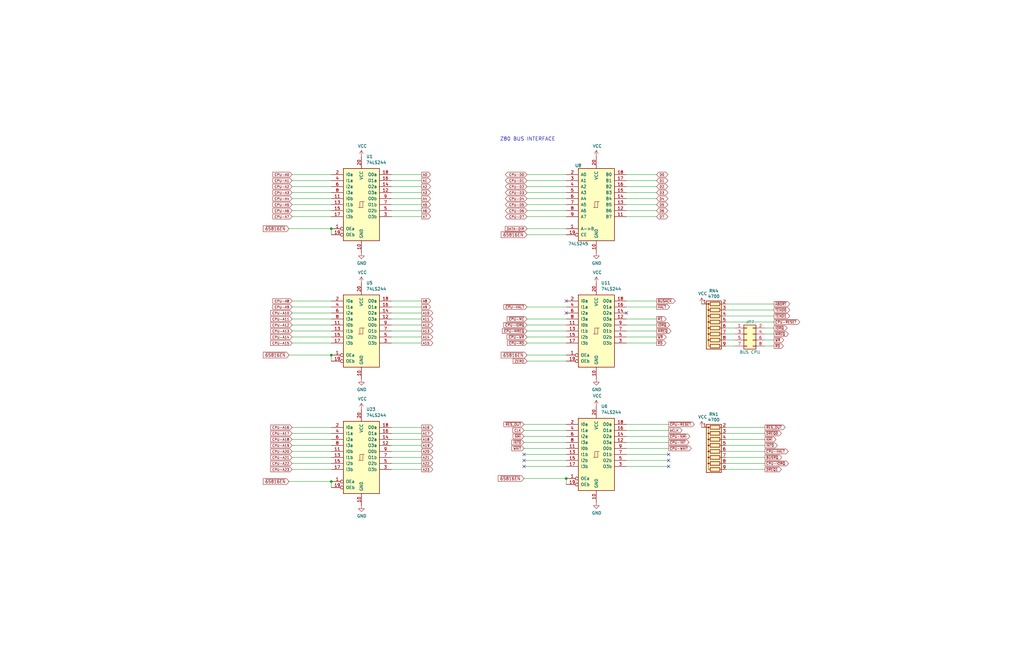
<source format=kicad_sch>
(kicad_sch (version 20211123) (generator eeschema)

  (uuid 86711b3b-1535-4bc5-89de-0c3ad8a96919)

  (paper "B")

  (title_block
    (title "DuoDyne 65816 CPU board")
    (date "2023-09-24")
    (rev "V0.76")
  )

  (lib_symbols
    (symbol "74xx:74LS244" (pin_names (offset 1.016)) (in_bom yes) (on_board yes)
      (property "Reference" "U" (id 0) (at -7.62 16.51 0)
        (effects (font (size 1.27 1.27)))
      )
      (property "Value" "74LS244" (id 1) (at -7.62 -16.51 0)
        (effects (font (size 1.27 1.27)))
      )
      (property "Footprint" "" (id 2) (at 0 0 0)
        (effects (font (size 1.27 1.27)) hide)
      )
      (property "Datasheet" "http://www.ti.com/lit/ds/symlink/sn74ls244.pdf" (id 3) (at 0 0 0)
        (effects (font (size 1.27 1.27)) hide)
      )
      (property "ki_keywords" "7400 logic ttl low power schottky" (id 4) (at 0 0 0)
        (effects (font (size 1.27 1.27)) hide)
      )
      (property "ki_description" "Octal Buffer and Line Driver With 3-State Output, active-low enables, non-inverting outputs" (id 5) (at 0 0 0)
        (effects (font (size 1.27 1.27)) hide)
      )
      (property "ki_fp_filters" "DIP?20*" (id 6) (at 0 0 0)
        (effects (font (size 1.27 1.27)) hide)
      )
      (symbol "74LS244_1_0"
        (polyline
          (pts
            (xy -0.635 -1.27)
            (xy -0.635 1.27)
            (xy 0.635 1.27)
          )
          (stroke (width 0) (type default) (color 0 0 0 0))
          (fill (type none))
        )
        (polyline
          (pts
            (xy -1.27 -1.27)
            (xy 0.635 -1.27)
            (xy 0.635 1.27)
            (xy 1.27 1.27)
          )
          (stroke (width 0) (type default) (color 0 0 0 0))
          (fill (type none))
        )
        (pin input inverted (at -12.7 -10.16 0) (length 5.08)
          (name "OEa" (effects (font (size 1.27 1.27))))
          (number "1" (effects (font (size 1.27 1.27))))
        )
        (pin power_in line (at 0 -20.32 90) (length 5.08)
          (name "GND" (effects (font (size 1.27 1.27))))
          (number "10" (effects (font (size 1.27 1.27))))
        )
        (pin input line (at -12.7 2.54 0) (length 5.08)
          (name "I0b" (effects (font (size 1.27 1.27))))
          (number "11" (effects (font (size 1.27 1.27))))
        )
        (pin tri_state line (at 12.7 5.08 180) (length 5.08)
          (name "O3a" (effects (font (size 1.27 1.27))))
          (number "12" (effects (font (size 1.27 1.27))))
        )
        (pin input line (at -12.7 0 0) (length 5.08)
          (name "I1b" (effects (font (size 1.27 1.27))))
          (number "13" (effects (font (size 1.27 1.27))))
        )
        (pin tri_state line (at 12.7 7.62 180) (length 5.08)
          (name "O2a" (effects (font (size 1.27 1.27))))
          (number "14" (effects (font (size 1.27 1.27))))
        )
        (pin input line (at -12.7 -2.54 0) (length 5.08)
          (name "I2b" (effects (font (size 1.27 1.27))))
          (number "15" (effects (font (size 1.27 1.27))))
        )
        (pin tri_state line (at 12.7 10.16 180) (length 5.08)
          (name "O1a" (effects (font (size 1.27 1.27))))
          (number "16" (effects (font (size 1.27 1.27))))
        )
        (pin input line (at -12.7 -5.08 0) (length 5.08)
          (name "I3b" (effects (font (size 1.27 1.27))))
          (number "17" (effects (font (size 1.27 1.27))))
        )
        (pin tri_state line (at 12.7 12.7 180) (length 5.08)
          (name "O0a" (effects (font (size 1.27 1.27))))
          (number "18" (effects (font (size 1.27 1.27))))
        )
        (pin input inverted (at -12.7 -12.7 0) (length 5.08)
          (name "OEb" (effects (font (size 1.27 1.27))))
          (number "19" (effects (font (size 1.27 1.27))))
        )
        (pin input line (at -12.7 12.7 0) (length 5.08)
          (name "I0a" (effects (font (size 1.27 1.27))))
          (number "2" (effects (font (size 1.27 1.27))))
        )
        (pin power_in line (at 0 20.32 270) (length 5.08)
          (name "VCC" (effects (font (size 1.27 1.27))))
          (number "20" (effects (font (size 1.27 1.27))))
        )
        (pin tri_state line (at 12.7 -5.08 180) (length 5.08)
          (name "O3b" (effects (font (size 1.27 1.27))))
          (number "3" (effects (font (size 1.27 1.27))))
        )
        (pin input line (at -12.7 10.16 0) (length 5.08)
          (name "I1a" (effects (font (size 1.27 1.27))))
          (number "4" (effects (font (size 1.27 1.27))))
        )
        (pin tri_state line (at 12.7 -2.54 180) (length 5.08)
          (name "O2b" (effects (font (size 1.27 1.27))))
          (number "5" (effects (font (size 1.27 1.27))))
        )
        (pin input line (at -12.7 7.62 0) (length 5.08)
          (name "I2a" (effects (font (size 1.27 1.27))))
          (number "6" (effects (font (size 1.27 1.27))))
        )
        (pin tri_state line (at 12.7 0 180) (length 5.08)
          (name "O1b" (effects (font (size 1.27 1.27))))
          (number "7" (effects (font (size 1.27 1.27))))
        )
        (pin input line (at -12.7 5.08 0) (length 5.08)
          (name "I3a" (effects (font (size 1.27 1.27))))
          (number "8" (effects (font (size 1.27 1.27))))
        )
        (pin tri_state line (at 12.7 2.54 180) (length 5.08)
          (name "O0b" (effects (font (size 1.27 1.27))))
          (number "9" (effects (font (size 1.27 1.27))))
        )
      )
      (symbol "74LS244_1_1"
        (rectangle (start -7.62 15.24) (end 7.62 -15.24)
          (stroke (width 0.254) (type default) (color 0 0 0 0))
          (fill (type background))
        )
      )
    )
    (symbol "74xx:74LS245" (pin_names (offset 1.016)) (in_bom yes) (on_board yes)
      (property "Reference" "U" (id 0) (at -7.62 16.51 0)
        (effects (font (size 1.27 1.27)))
      )
      (property "Value" "74LS245" (id 1) (at -7.62 -16.51 0)
        (effects (font (size 1.27 1.27)))
      )
      (property "Footprint" "" (id 2) (at 0 0 0)
        (effects (font (size 1.27 1.27)) hide)
      )
      (property "Datasheet" "http://www.ti.com/lit/gpn/sn74LS245" (id 3) (at 0 0 0)
        (effects (font (size 1.27 1.27)) hide)
      )
      (property "ki_locked" "" (id 4) (at 0 0 0)
        (effects (font (size 1.27 1.27)))
      )
      (property "ki_keywords" "TTL BUS 3State" (id 5) (at 0 0 0)
        (effects (font (size 1.27 1.27)) hide)
      )
      (property "ki_description" "Octal BUS Transceivers, 3-State outputs" (id 6) (at 0 0 0)
        (effects (font (size 1.27 1.27)) hide)
      )
      (property "ki_fp_filters" "DIP?20*" (id 7) (at 0 0 0)
        (effects (font (size 1.27 1.27)) hide)
      )
      (symbol "74LS245_1_0"
        (polyline
          (pts
            (xy -0.635 -1.27)
            (xy -0.635 1.27)
            (xy 0.635 1.27)
          )
          (stroke (width 0) (type default) (color 0 0 0 0))
          (fill (type none))
        )
        (polyline
          (pts
            (xy -1.27 -1.27)
            (xy 0.635 -1.27)
            (xy 0.635 1.27)
            (xy 1.27 1.27)
          )
          (stroke (width 0) (type default) (color 0 0 0 0))
          (fill (type none))
        )
        (pin input line (at -12.7 -10.16 0) (length 5.08)
          (name "A->B" (effects (font (size 1.27 1.27))))
          (number "1" (effects (font (size 1.27 1.27))))
        )
        (pin power_in line (at 0 -20.32 90) (length 5.08)
          (name "GND" (effects (font (size 1.27 1.27))))
          (number "10" (effects (font (size 1.27 1.27))))
        )
        (pin tri_state line (at 12.7 -5.08 180) (length 5.08)
          (name "B7" (effects (font (size 1.27 1.27))))
          (number "11" (effects (font (size 1.27 1.27))))
        )
        (pin tri_state line (at 12.7 -2.54 180) (length 5.08)
          (name "B6" (effects (font (size 1.27 1.27))))
          (number "12" (effects (font (size 1.27 1.27))))
        )
        (pin tri_state line (at 12.7 0 180) (length 5.08)
          (name "B5" (effects (font (size 1.27 1.27))))
          (number "13" (effects (font (size 1.27 1.27))))
        )
        (pin tri_state line (at 12.7 2.54 180) (length 5.08)
          (name "B4" (effects (font (size 1.27 1.27))))
          (number "14" (effects (font (size 1.27 1.27))))
        )
        (pin tri_state line (at 12.7 5.08 180) (length 5.08)
          (name "B3" (effects (font (size 1.27 1.27))))
          (number "15" (effects (font (size 1.27 1.27))))
        )
        (pin tri_state line (at 12.7 7.62 180) (length 5.08)
          (name "B2" (effects (font (size 1.27 1.27))))
          (number "16" (effects (font (size 1.27 1.27))))
        )
        (pin tri_state line (at 12.7 10.16 180) (length 5.08)
          (name "B1" (effects (font (size 1.27 1.27))))
          (number "17" (effects (font (size 1.27 1.27))))
        )
        (pin tri_state line (at 12.7 12.7 180) (length 5.08)
          (name "B0" (effects (font (size 1.27 1.27))))
          (number "18" (effects (font (size 1.27 1.27))))
        )
        (pin input inverted (at -12.7 -12.7 0) (length 5.08)
          (name "CE" (effects (font (size 1.27 1.27))))
          (number "19" (effects (font (size 1.27 1.27))))
        )
        (pin tri_state line (at -12.7 12.7 0) (length 5.08)
          (name "A0" (effects (font (size 1.27 1.27))))
          (number "2" (effects (font (size 1.27 1.27))))
        )
        (pin power_in line (at 0 20.32 270) (length 5.08)
          (name "VCC" (effects (font (size 1.27 1.27))))
          (number "20" (effects (font (size 1.27 1.27))))
        )
        (pin tri_state line (at -12.7 10.16 0) (length 5.08)
          (name "A1" (effects (font (size 1.27 1.27))))
          (number "3" (effects (font (size 1.27 1.27))))
        )
        (pin tri_state line (at -12.7 7.62 0) (length 5.08)
          (name "A2" (effects (font (size 1.27 1.27))))
          (number "4" (effects (font (size 1.27 1.27))))
        )
        (pin tri_state line (at -12.7 5.08 0) (length 5.08)
          (name "A3" (effects (font (size 1.27 1.27))))
          (number "5" (effects (font (size 1.27 1.27))))
        )
        (pin tri_state line (at -12.7 2.54 0) (length 5.08)
          (name "A4" (effects (font (size 1.27 1.27))))
          (number "6" (effects (font (size 1.27 1.27))))
        )
        (pin tri_state line (at -12.7 0 0) (length 5.08)
          (name "A5" (effects (font (size 1.27 1.27))))
          (number "7" (effects (font (size 1.27 1.27))))
        )
        (pin tri_state line (at -12.7 -2.54 0) (length 5.08)
          (name "A6" (effects (font (size 1.27 1.27))))
          (number "8" (effects (font (size 1.27 1.27))))
        )
        (pin tri_state line (at -12.7 -5.08 0) (length 5.08)
          (name "A7" (effects (font (size 1.27 1.27))))
          (number "9" (effects (font (size 1.27 1.27))))
        )
      )
      (symbol "74LS245_1_1"
        (rectangle (start -7.62 15.24) (end 7.62 -15.24)
          (stroke (width 0.254) (type default) (color 0 0 0 0))
          (fill (type background))
        )
      )
    )
    (symbol "Connector_Generic:Conn_02x04_Odd_Even" (pin_names (offset 1.016) hide) (in_bom yes) (on_board yes)
      (property "Reference" "J" (id 0) (at 1.27 5.08 0)
        (effects (font (size 1.27 1.27)))
      )
      (property "Value" "Conn_02x04_Odd_Even" (id 1) (at 1.27 -7.62 0)
        (effects (font (size 1.27 1.27)))
      )
      (property "Footprint" "" (id 2) (at 0 0 0)
        (effects (font (size 1.27 1.27)) hide)
      )
      (property "Datasheet" "~" (id 3) (at 0 0 0)
        (effects (font (size 1.27 1.27)) hide)
      )
      (property "ki_keywords" "connector" (id 4) (at 0 0 0)
        (effects (font (size 1.27 1.27)) hide)
      )
      (property "ki_description" "Generic connector, double row, 02x04, odd/even pin numbering scheme (row 1 odd numbers, row 2 even numbers), script generated (kicad-library-utils/schlib/autogen/connector/)" (id 5) (at 0 0 0)
        (effects (font (size 1.27 1.27)) hide)
      )
      (property "ki_fp_filters" "Connector*:*_2x??_*" (id 6) (at 0 0 0)
        (effects (font (size 1.27 1.27)) hide)
      )
      (symbol "Conn_02x04_Odd_Even_1_1"
        (rectangle (start -1.27 -4.953) (end 0 -5.207)
          (stroke (width 0.1524) (type default) (color 0 0 0 0))
          (fill (type none))
        )
        (rectangle (start -1.27 -2.413) (end 0 -2.667)
          (stroke (width 0.1524) (type default) (color 0 0 0 0))
          (fill (type none))
        )
        (rectangle (start -1.27 0.127) (end 0 -0.127)
          (stroke (width 0.1524) (type default) (color 0 0 0 0))
          (fill (type none))
        )
        (rectangle (start -1.27 2.667) (end 0 2.413)
          (stroke (width 0.1524) (type default) (color 0 0 0 0))
          (fill (type none))
        )
        (rectangle (start -1.27 3.81) (end 3.81 -6.35)
          (stroke (width 0.254) (type default) (color 0 0 0 0))
          (fill (type background))
        )
        (rectangle (start 3.81 -4.953) (end 2.54 -5.207)
          (stroke (width 0.1524) (type default) (color 0 0 0 0))
          (fill (type none))
        )
        (rectangle (start 3.81 -2.413) (end 2.54 -2.667)
          (stroke (width 0.1524) (type default) (color 0 0 0 0))
          (fill (type none))
        )
        (rectangle (start 3.81 0.127) (end 2.54 -0.127)
          (stroke (width 0.1524) (type default) (color 0 0 0 0))
          (fill (type none))
        )
        (rectangle (start 3.81 2.667) (end 2.54 2.413)
          (stroke (width 0.1524) (type default) (color 0 0 0 0))
          (fill (type none))
        )
        (pin passive line (at -5.08 2.54 0) (length 3.81)
          (name "Pin_1" (effects (font (size 1.27 1.27))))
          (number "1" (effects (font (size 1.27 1.27))))
        )
        (pin passive line (at 7.62 2.54 180) (length 3.81)
          (name "Pin_2" (effects (font (size 1.27 1.27))))
          (number "2" (effects (font (size 1.27 1.27))))
        )
        (pin passive line (at -5.08 0 0) (length 3.81)
          (name "Pin_3" (effects (font (size 1.27 1.27))))
          (number "3" (effects (font (size 1.27 1.27))))
        )
        (pin passive line (at 7.62 0 180) (length 3.81)
          (name "Pin_4" (effects (font (size 1.27 1.27))))
          (number "4" (effects (font (size 1.27 1.27))))
        )
        (pin passive line (at -5.08 -2.54 0) (length 3.81)
          (name "Pin_5" (effects (font (size 1.27 1.27))))
          (number "5" (effects (font (size 1.27 1.27))))
        )
        (pin passive line (at 7.62 -2.54 180) (length 3.81)
          (name "Pin_6" (effects (font (size 1.27 1.27))))
          (number "6" (effects (font (size 1.27 1.27))))
        )
        (pin passive line (at -5.08 -5.08 0) (length 3.81)
          (name "Pin_7" (effects (font (size 1.27 1.27))))
          (number "7" (effects (font (size 1.27 1.27))))
        )
        (pin passive line (at 7.62 -5.08 180) (length 3.81)
          (name "Pin_8" (effects (font (size 1.27 1.27))))
          (number "8" (effects (font (size 1.27 1.27))))
        )
      )
    )
    (symbol "Device:R_Network08" (pin_names (offset 0) hide) (in_bom yes) (on_board yes)
      (property "Reference" "RN" (id 0) (at -12.7 0 90)
        (effects (font (size 1.27 1.27)))
      )
      (property "Value" "R_Network08" (id 1) (at 10.16 0 90)
        (effects (font (size 1.27 1.27)))
      )
      (property "Footprint" "Resistor_THT:R_Array_SIP9" (id 2) (at 12.065 0 90)
        (effects (font (size 1.27 1.27)) hide)
      )
      (property "Datasheet" "http://www.vishay.com/docs/31509/csc.pdf" (id 3) (at 0 0 0)
        (effects (font (size 1.27 1.27)) hide)
      )
      (property "ki_keywords" "R network star-topology" (id 4) (at 0 0 0)
        (effects (font (size 1.27 1.27)) hide)
      )
      (property "ki_description" "8 resistor network, star topology, bussed resistors, small symbol" (id 5) (at 0 0 0)
        (effects (font (size 1.27 1.27)) hide)
      )
      (property "ki_fp_filters" "R?Array?SIP*" (id 6) (at 0 0 0)
        (effects (font (size 1.27 1.27)) hide)
      )
      (symbol "R_Network08_0_1"
        (rectangle (start -11.43 -3.175) (end 8.89 3.175)
          (stroke (width 0.254) (type default) (color 0 0 0 0))
          (fill (type background))
        )
        (rectangle (start -10.922 1.524) (end -9.398 -2.54)
          (stroke (width 0.254) (type default) (color 0 0 0 0))
          (fill (type none))
        )
        (circle (center -10.16 2.286) (radius 0.254)
          (stroke (width 0) (type default) (color 0 0 0 0))
          (fill (type outline))
        )
        (rectangle (start -8.382 1.524) (end -6.858 -2.54)
          (stroke (width 0.254) (type default) (color 0 0 0 0))
          (fill (type none))
        )
        (circle (center -7.62 2.286) (radius 0.254)
          (stroke (width 0) (type default) (color 0 0 0 0))
          (fill (type outline))
        )
        (rectangle (start -5.842 1.524) (end -4.318 -2.54)
          (stroke (width 0.254) (type default) (color 0 0 0 0))
          (fill (type none))
        )
        (circle (center -5.08 2.286) (radius 0.254)
          (stroke (width 0) (type default) (color 0 0 0 0))
          (fill (type outline))
        )
        (rectangle (start -3.302 1.524) (end -1.778 -2.54)
          (stroke (width 0.254) (type default) (color 0 0 0 0))
          (fill (type none))
        )
        (circle (center -2.54 2.286) (radius 0.254)
          (stroke (width 0) (type default) (color 0 0 0 0))
          (fill (type outline))
        )
        (rectangle (start -0.762 1.524) (end 0.762 -2.54)
          (stroke (width 0.254) (type default) (color 0 0 0 0))
          (fill (type none))
        )
        (polyline
          (pts
            (xy -10.16 -2.54)
            (xy -10.16 -3.81)
          )
          (stroke (width 0) (type default) (color 0 0 0 0))
          (fill (type none))
        )
        (polyline
          (pts
            (xy -7.62 -2.54)
            (xy -7.62 -3.81)
          )
          (stroke (width 0) (type default) (color 0 0 0 0))
          (fill (type none))
        )
        (polyline
          (pts
            (xy -5.08 -2.54)
            (xy -5.08 -3.81)
          )
          (stroke (width 0) (type default) (color 0 0 0 0))
          (fill (type none))
        )
        (polyline
          (pts
            (xy -2.54 -2.54)
            (xy -2.54 -3.81)
          )
          (stroke (width 0) (type default) (color 0 0 0 0))
          (fill (type none))
        )
        (polyline
          (pts
            (xy 0 -2.54)
            (xy 0 -3.81)
          )
          (stroke (width 0) (type default) (color 0 0 0 0))
          (fill (type none))
        )
        (polyline
          (pts
            (xy 2.54 -2.54)
            (xy 2.54 -3.81)
          )
          (stroke (width 0) (type default) (color 0 0 0 0))
          (fill (type none))
        )
        (polyline
          (pts
            (xy 5.08 -2.54)
            (xy 5.08 -3.81)
          )
          (stroke (width 0) (type default) (color 0 0 0 0))
          (fill (type none))
        )
        (polyline
          (pts
            (xy 7.62 -2.54)
            (xy 7.62 -3.81)
          )
          (stroke (width 0) (type default) (color 0 0 0 0))
          (fill (type none))
        )
        (polyline
          (pts
            (xy -10.16 1.524)
            (xy -10.16 2.286)
            (xy -7.62 2.286)
            (xy -7.62 1.524)
          )
          (stroke (width 0) (type default) (color 0 0 0 0))
          (fill (type none))
        )
        (polyline
          (pts
            (xy -7.62 1.524)
            (xy -7.62 2.286)
            (xy -5.08 2.286)
            (xy -5.08 1.524)
          )
          (stroke (width 0) (type default) (color 0 0 0 0))
          (fill (type none))
        )
        (polyline
          (pts
            (xy -5.08 1.524)
            (xy -5.08 2.286)
            (xy -2.54 2.286)
            (xy -2.54 1.524)
          )
          (stroke (width 0) (type default) (color 0 0 0 0))
          (fill (type none))
        )
        (polyline
          (pts
            (xy -2.54 1.524)
            (xy -2.54 2.286)
            (xy 0 2.286)
            (xy 0 1.524)
          )
          (stroke (width 0) (type default) (color 0 0 0 0))
          (fill (type none))
        )
        (polyline
          (pts
            (xy 0 1.524)
            (xy 0 2.286)
            (xy 2.54 2.286)
            (xy 2.54 1.524)
          )
          (stroke (width 0) (type default) (color 0 0 0 0))
          (fill (type none))
        )
        (polyline
          (pts
            (xy 2.54 1.524)
            (xy 2.54 2.286)
            (xy 5.08 2.286)
            (xy 5.08 1.524)
          )
          (stroke (width 0) (type default) (color 0 0 0 0))
          (fill (type none))
        )
        (polyline
          (pts
            (xy 5.08 1.524)
            (xy 5.08 2.286)
            (xy 7.62 2.286)
            (xy 7.62 1.524)
          )
          (stroke (width 0) (type default) (color 0 0 0 0))
          (fill (type none))
        )
        (circle (center 0 2.286) (radius 0.254)
          (stroke (width 0) (type default) (color 0 0 0 0))
          (fill (type outline))
        )
        (rectangle (start 1.778 1.524) (end 3.302 -2.54)
          (stroke (width 0.254) (type default) (color 0 0 0 0))
          (fill (type none))
        )
        (circle (center 2.54 2.286) (radius 0.254)
          (stroke (width 0) (type default) (color 0 0 0 0))
          (fill (type outline))
        )
        (rectangle (start 4.318 1.524) (end 5.842 -2.54)
          (stroke (width 0.254) (type default) (color 0 0 0 0))
          (fill (type none))
        )
        (circle (center 5.08 2.286) (radius 0.254)
          (stroke (width 0) (type default) (color 0 0 0 0))
          (fill (type outline))
        )
        (rectangle (start 6.858 1.524) (end 8.382 -2.54)
          (stroke (width 0.254) (type default) (color 0 0 0 0))
          (fill (type none))
        )
      )
      (symbol "R_Network08_1_1"
        (pin passive line (at -10.16 5.08 270) (length 2.54)
          (name "common" (effects (font (size 1.27 1.27))))
          (number "1" (effects (font (size 1.27 1.27))))
        )
        (pin passive line (at -10.16 -5.08 90) (length 1.27)
          (name "R1" (effects (font (size 1.27 1.27))))
          (number "2" (effects (font (size 1.27 1.27))))
        )
        (pin passive line (at -7.62 -5.08 90) (length 1.27)
          (name "R2" (effects (font (size 1.27 1.27))))
          (number "3" (effects (font (size 1.27 1.27))))
        )
        (pin passive line (at -5.08 -5.08 90) (length 1.27)
          (name "R3" (effects (font (size 1.27 1.27))))
          (number "4" (effects (font (size 1.27 1.27))))
        )
        (pin passive line (at -2.54 -5.08 90) (length 1.27)
          (name "R4" (effects (font (size 1.27 1.27))))
          (number "5" (effects (font (size 1.27 1.27))))
        )
        (pin passive line (at 0 -5.08 90) (length 1.27)
          (name "R5" (effects (font (size 1.27 1.27))))
          (number "6" (effects (font (size 1.27 1.27))))
        )
        (pin passive line (at 2.54 -5.08 90) (length 1.27)
          (name "R6" (effects (font (size 1.27 1.27))))
          (number "7" (effects (font (size 1.27 1.27))))
        )
        (pin passive line (at 5.08 -5.08 90) (length 1.27)
          (name "R7" (effects (font (size 1.27 1.27))))
          (number "8" (effects (font (size 1.27 1.27))))
        )
        (pin passive line (at 7.62 -5.08 90) (length 1.27)
          (name "R8" (effects (font (size 1.27 1.27))))
          (number "9" (effects (font (size 1.27 1.27))))
        )
      )
    )
    (symbol "power:GND" (power) (pin_names (offset 0)) (in_bom yes) (on_board yes)
      (property "Reference" "#PWR" (id 0) (at 0 -6.35 0)
        (effects (font (size 1.27 1.27)) hide)
      )
      (property "Value" "GND" (id 1) (at 0 -3.81 0)
        (effects (font (size 1.27 1.27)))
      )
      (property "Footprint" "" (id 2) (at 0 0 0)
        (effects (font (size 1.27 1.27)) hide)
      )
      (property "Datasheet" "" (id 3) (at 0 0 0)
        (effects (font (size 1.27 1.27)) hide)
      )
      (property "ki_keywords" "global power" (id 4) (at 0 0 0)
        (effects (font (size 1.27 1.27)) hide)
      )
      (property "ki_description" "Power symbol creates a global label with name \"GND\" , ground" (id 5) (at 0 0 0)
        (effects (font (size 1.27 1.27)) hide)
      )
      (symbol "GND_0_1"
        (polyline
          (pts
            (xy 0 0)
            (xy 0 -1.27)
            (xy 1.27 -1.27)
            (xy 0 -2.54)
            (xy -1.27 -1.27)
            (xy 0 -1.27)
          )
          (stroke (width 0) (type default) (color 0 0 0 0))
          (fill (type none))
        )
      )
      (symbol "GND_1_1"
        (pin power_in line (at 0 0 270) (length 0) hide
          (name "GND" (effects (font (size 1.27 1.27))))
          (number "1" (effects (font (size 1.27 1.27))))
        )
      )
    )
    (symbol "power:VCC" (power) (pin_names (offset 0)) (in_bom yes) (on_board yes)
      (property "Reference" "#PWR" (id 0) (at 0 -3.81 0)
        (effects (font (size 1.27 1.27)) hide)
      )
      (property "Value" "VCC" (id 1) (at 0 3.81 0)
        (effects (font (size 1.27 1.27)))
      )
      (property "Footprint" "" (id 2) (at 0 0 0)
        (effects (font (size 1.27 1.27)) hide)
      )
      (property "Datasheet" "" (id 3) (at 0 0 0)
        (effects (font (size 1.27 1.27)) hide)
      )
      (property "ki_keywords" "global power" (id 4) (at 0 0 0)
        (effects (font (size 1.27 1.27)) hide)
      )
      (property "ki_description" "Power symbol creates a global label with name \"VCC\"" (id 5) (at 0 0 0)
        (effects (font (size 1.27 1.27)) hide)
      )
      (symbol "VCC_0_1"
        (polyline
          (pts
            (xy -0.762 1.27)
            (xy 0 2.54)
          )
          (stroke (width 0) (type default) (color 0 0 0 0))
          (fill (type none))
        )
        (polyline
          (pts
            (xy 0 0)
            (xy 0 2.54)
          )
          (stroke (width 0) (type default) (color 0 0 0 0))
          (fill (type none))
        )
        (polyline
          (pts
            (xy 0 2.54)
            (xy 0.762 1.27)
          )
          (stroke (width 0) (type default) (color 0 0 0 0))
          (fill (type none))
        )
      )
      (symbol "VCC_1_1"
        (pin power_in line (at 0 0 90) (length 0) hide
          (name "VCC" (effects (font (size 1.27 1.27))))
          (number "1" (effects (font (size 1.27 1.27))))
        )
      )
    )
  )

  (junction (at 139.7 203.2) (diameter 0) (color 0 0 0 0)
    (uuid 25ca1e69-269e-4bda-9034-5043d7f4f63c)
  )
  (junction (at 139.7 96.52) (diameter 0) (color 0 0 0 0)
    (uuid 294e4517-8930-4e83-8146-36a68ba80a98)
  )
  (junction (at 139.7 149.86) (diameter 0) (color 0 0 0 0)
    (uuid 993d826a-18ad-41fc-a2a9-87ca5f54776d)
  )
  (junction (at 238.76 201.93) (diameter 0) (color 0 0 0 0)
    (uuid dd63a047-9c46-4e69-9e06-4ce92600f7d0)
  )

  (no_connect (at 220.98 194.31) (uuid 20f43757-702c-4847-b2bb-35cdd1c890c0))
  (no_connect (at 281.94 196.85) (uuid 2aba10fc-e1c1-4ad6-90b8-b1f49840c08c))
  (no_connect (at 281.94 194.31) (uuid 2ec45d44-9a0c-4990-9c07-1acc0993aadf))
  (no_connect (at 281.94 191.77) (uuid 49e36506-d68e-424a-81d5-8a7012006fa2))
  (no_connect (at 220.98 191.77) (uuid 56042d2a-3c19-4b41-b847-e59229d01e01))
  (no_connect (at 238.76 132.08) (uuid 82fa33a1-619a-438f-915f-c35255168a29))
  (no_connect (at 220.98 196.85) (uuid 8db4dc65-e01e-4dad-9c29-396819132cb9))
  (no_connect (at 238.76 127) (uuid 968f922e-558e-4adc-9252-3bc95658f3c1))
  (no_connect (at 264.16 132.08) (uuid f95f7e82-f4ae-4a23-8116-09b81beeadaa))

  (wire (pts (xy 165.1 193.04) (xy 177.8 193.04))
    (stroke (width 0) (type default) (color 0 0 0 0))
    (uuid 02ac17f9-f1f5-435f-bece-5a35669607ec)
  )
  (wire (pts (xy 139.7 96.52) (xy 121.92 96.52))
    (stroke (width 0) (type default) (color 0 0 0 0))
    (uuid 04e4b330-5efd-431f-8b8e-a63ce7bbb8d6)
  )
  (wire (pts (xy 123.19 73.66) (xy 139.7 73.66))
    (stroke (width 0) (type default) (color 0 0 0 0))
    (uuid 08d0aa0f-f890-4d05-bc1d-47b707f7297c)
  )
  (wire (pts (xy 264.16 179.07) (xy 281.94 179.07))
    (stroke (width 0) (type default) (color 0 0 0 0))
    (uuid 092ce644-c3d9-45d0-b0f0-e34adecd5021)
  )
  (wire (pts (xy 306.07 190.5) (xy 322.58 190.5))
    (stroke (width 0) (type default) (color 0 0 0 0))
    (uuid 096e8d10-aa00-4321-81c4-90883f95e83e)
  )
  (wire (pts (xy 165.1 198.12) (xy 177.8 198.12))
    (stroke (width 0) (type default) (color 0 0 0 0))
    (uuid 09c7ea62-c778-4f70-95fe-d0a3084c4b6c)
  )
  (wire (pts (xy 264.16 137.16) (xy 276.86 137.16))
    (stroke (width 0) (type default) (color 0 0 0 0))
    (uuid 1032d00d-e4fe-4a1a-8417-c0fded28c5b5)
  )
  (wire (pts (xy 306.07 143.51) (xy 309.88 143.51))
    (stroke (width 0) (type default) (color 0 0 0 0))
    (uuid 114bed05-e9bc-41da-b093-b47040fa5fe4)
  )
  (wire (pts (xy 123.19 88.9) (xy 139.7 88.9))
    (stroke (width 0) (type default) (color 0 0 0 0))
    (uuid 158648e8-cae7-4097-9358-e61f0838d60d)
  )
  (wire (pts (xy 165.1 195.58) (xy 177.8 195.58))
    (stroke (width 0) (type default) (color 0 0 0 0))
    (uuid 15d940ff-0f0c-477f-9ed0-d31dfc0e7b6d)
  )
  (wire (pts (xy 165.1 76.2) (xy 177.8 76.2))
    (stroke (width 0) (type default) (color 0 0 0 0))
    (uuid 179539f9-08ee-4a5b-998e-a66332e01100)
  )
  (wire (pts (xy 222.25 83.82) (xy 238.76 83.82))
    (stroke (width 0) (type default) (color 0 0 0 0))
    (uuid 18c755f9-7de8-4105-8cbb-f6031f095ba0)
  )
  (wire (pts (xy 264.16 184.15) (xy 281.94 184.15))
    (stroke (width 0) (type default) (color 0 0 0 0))
    (uuid 1a1bc2a8-44ca-4ee5-a957-185c872e6665)
  )
  (wire (pts (xy 222.25 144.78) (xy 238.76 144.78))
    (stroke (width 0) (type default) (color 0 0 0 0))
    (uuid 1a4ce9a9-38f1-4bfa-a730-a6bc69198570)
  )
  (wire (pts (xy 165.1 86.36) (xy 177.8 86.36))
    (stroke (width 0) (type default) (color 0 0 0 0))
    (uuid 1a91ecb9-938f-4bad-b241-121d7f02b5af)
  )
  (wire (pts (xy 165.1 137.16) (xy 177.8 137.16))
    (stroke (width 0) (type default) (color 0 0 0 0))
    (uuid 1ba1aa5b-1483-4dce-ba7e-051ddc4a2d7b)
  )
  (wire (pts (xy 165.1 129.54) (xy 177.8 129.54))
    (stroke (width 0) (type default) (color 0 0 0 0))
    (uuid 1be3c946-9ba1-4416-acff-871a49c6ae89)
  )
  (wire (pts (xy 264.16 196.85) (xy 281.94 196.85))
    (stroke (width 0) (type default) (color 0 0 0 0))
    (uuid 26bbbb66-2ad8-4db7-be43-2421a374bb2a)
  )
  (wire (pts (xy 322.58 138.43) (xy 326.39 138.43))
    (stroke (width 0) (type default) (color 0 0 0 0))
    (uuid 2b218b82-6d06-4c44-b220-da939e5249b4)
  )
  (wire (pts (xy 322.58 146.05) (xy 326.39 146.05))
    (stroke (width 0) (type default) (color 0 0 0 0))
    (uuid 2e62ae87-c9f9-4726-9d47-16f7a09d52d2)
  )
  (wire (pts (xy 123.19 195.58) (xy 139.7 195.58))
    (stroke (width 0) (type default) (color 0 0 0 0))
    (uuid 31b04488-6850-4e76-9a4b-f6302c18fef6)
  )
  (wire (pts (xy 165.1 182.88) (xy 177.8 182.88))
    (stroke (width 0) (type default) (color 0 0 0 0))
    (uuid 31ff78b7-7b07-4212-94d5-4da337db5e1c)
  )
  (wire (pts (xy 306.07 195.58) (xy 322.58 195.58))
    (stroke (width 0) (type default) (color 0 0 0 0))
    (uuid 32d28439-15f7-40fe-9b42-124409b4d331)
  )
  (wire (pts (xy 123.19 81.28) (xy 139.7 81.28))
    (stroke (width 0) (type default) (color 0 0 0 0))
    (uuid 33280c30-235a-454e-88cb-1398f0f661cd)
  )
  (wire (pts (xy 165.1 139.7) (xy 177.8 139.7))
    (stroke (width 0) (type default) (color 0 0 0 0))
    (uuid 3a38041f-08d8-4c07-8976-c8de4f03135c)
  )
  (wire (pts (xy 123.19 76.2) (xy 139.7 76.2))
    (stroke (width 0) (type default) (color 0 0 0 0))
    (uuid 3a69a411-6516-4d60-af33-5ae9cd9be0f1)
  )
  (wire (pts (xy 165.1 127) (xy 177.8 127))
    (stroke (width 0) (type default) (color 0 0 0 0))
    (uuid 3ec7a1de-8dd0-4e42-8dff-1306f52a8a2c)
  )
  (wire (pts (xy 165.1 73.66) (xy 177.8 73.66))
    (stroke (width 0) (type default) (color 0 0 0 0))
    (uuid 42d4c421-e8a2-4f31-afd3-b17c01a74311)
  )
  (wire (pts (xy 222.25 81.28) (xy 238.76 81.28))
    (stroke (width 0) (type default) (color 0 0 0 0))
    (uuid 436b9165-a2ac-4e44-ad48-0841aaf5d4a4)
  )
  (wire (pts (xy 264.16 86.36) (xy 276.86 86.36))
    (stroke (width 0) (type default) (color 0 0 0 0))
    (uuid 44e286f4-c8d3-4a3c-9978-67c21c02ddc9)
  )
  (wire (pts (xy 139.7 152.4) (xy 139.7 149.86))
    (stroke (width 0) (type default) (color 0 0 0 0))
    (uuid 4809bddf-eb03-4340-98f0-ffcf06f0c71a)
  )
  (wire (pts (xy 306.07 180.34) (xy 322.58 180.34))
    (stroke (width 0) (type default) (color 0 0 0 0))
    (uuid 4a54272c-7543-4d01-a28a-bf1b9c81e8f6)
  )
  (wire (pts (xy 306.07 140.97) (xy 309.88 140.97))
    (stroke (width 0) (type default) (color 0 0 0 0))
    (uuid 4b15ecf2-f38f-480f-bf4d-e14dae93d162)
  )
  (wire (pts (xy 222.25 137.16) (xy 238.76 137.16))
    (stroke (width 0) (type default) (color 0 0 0 0))
    (uuid 4b36d0f3-62c4-4a8b-bad4-f9708e15df72)
  )
  (wire (pts (xy 123.19 91.44) (xy 139.7 91.44))
    (stroke (width 0) (type default) (color 0 0 0 0))
    (uuid 4b9fb86e-8036-47cb-8fb9-3e71e1da079a)
  )
  (wire (pts (xy 281.94 191.77) (xy 264.16 191.77))
    (stroke (width 0) (type default) (color 0 0 0 0))
    (uuid 4c80cc59-b5cd-4298-bb8f-15f583ee28fe)
  )
  (wire (pts (xy 238.76 134.62) (xy 222.25 134.62))
    (stroke (width 0) (type default) (color 0 0 0 0))
    (uuid 4dfd1c7f-69a1-4f86-bf78-c1a59b2b4503)
  )
  (wire (pts (xy 306.07 146.05) (xy 309.88 146.05))
    (stroke (width 0) (type default) (color 0 0 0 0))
    (uuid 4e04cd1b-a7cc-4ff1-84b6-0b40ab88d616)
  )
  (wire (pts (xy 222.25 76.2) (xy 238.76 76.2))
    (stroke (width 0) (type default) (color 0 0 0 0))
    (uuid 4e84bae2-c63a-48d0-89e9-7e9dbbba6de2)
  )
  (wire (pts (xy 264.16 81.28) (xy 276.86 81.28))
    (stroke (width 0) (type default) (color 0 0 0 0))
    (uuid 4ebccdb1-6736-4597-8063-bcdc84f6c1b9)
  )
  (wire (pts (xy 139.7 149.86) (xy 121.92 149.86))
    (stroke (width 0) (type default) (color 0 0 0 0))
    (uuid 513c5fbd-6aec-4336-adf7-6300113365fc)
  )
  (wire (pts (xy 264.16 142.24) (xy 276.86 142.24))
    (stroke (width 0) (type default) (color 0 0 0 0))
    (uuid 52fc0902-5885-4328-8d0e-bc4863d13dc5)
  )
  (wire (pts (xy 222.25 86.36) (xy 238.76 86.36))
    (stroke (width 0) (type default) (color 0 0 0 0))
    (uuid 53cce825-ee62-47b5-8456-0d8374d10ee9)
  )
  (wire (pts (xy 264.16 127) (xy 276.86 127))
    (stroke (width 0) (type default) (color 0 0 0 0))
    (uuid 54797bc8-3af3-48f4-869a-e8949398df6b)
  )
  (wire (pts (xy 264.16 181.61) (xy 281.94 181.61))
    (stroke (width 0) (type default) (color 0 0 0 0))
    (uuid 59d6058a-54d6-47e0-9869-37b027f81245)
  )
  (wire (pts (xy 264.16 134.62) (xy 276.86 134.62))
    (stroke (width 0) (type default) (color 0 0 0 0))
    (uuid 5b7ffff6-b360-4888-8f47-0cfcd27c7d51)
  )
  (wire (pts (xy 222.25 142.24) (xy 238.76 142.24))
    (stroke (width 0) (type default) (color 0 0 0 0))
    (uuid 5dc43dc7-14d6-4ab8-946f-c55e17ff86fe)
  )
  (wire (pts (xy 222.25 129.54) (xy 238.76 129.54))
    (stroke (width 0) (type default) (color 0 0 0 0))
    (uuid 5e8cca1d-43ec-4301-aad5-70fd644e7255)
  )
  (wire (pts (xy 123.19 129.54) (xy 139.7 129.54))
    (stroke (width 0) (type default) (color 0 0 0 0))
    (uuid 5f98d448-15f5-4fdc-a456-7b4850437159)
  )
  (wire (pts (xy 123.19 83.82) (xy 139.7 83.82))
    (stroke (width 0) (type default) (color 0 0 0 0))
    (uuid 67857644-2e94-425b-8363-6b094d3cb69b)
  )
  (wire (pts (xy 123.19 198.12) (xy 139.7 198.12))
    (stroke (width 0) (type default) (color 0 0 0 0))
    (uuid 6943f4a5-5992-4eac-98e3-5117ad4f687b)
  )
  (wire (pts (xy 264.16 88.9) (xy 276.86 88.9))
    (stroke (width 0) (type default) (color 0 0 0 0))
    (uuid 70c2cb1a-48ca-4ded-8944-8a979bd3d07d)
  )
  (wire (pts (xy 165.1 187.96) (xy 177.8 187.96))
    (stroke (width 0) (type default) (color 0 0 0 0))
    (uuid 716b41c8-59c9-4160-bfc6-09b97b3b70f9)
  )
  (wire (pts (xy 123.19 137.16) (xy 139.7 137.16))
    (stroke (width 0) (type default) (color 0 0 0 0))
    (uuid 73b4759e-0f99-432b-a44a-9494ca5b19c9)
  )
  (wire (pts (xy 165.1 88.9) (xy 177.8 88.9))
    (stroke (width 0) (type default) (color 0 0 0 0))
    (uuid 7c70e36b-1b25-410c-8425-8d3f36381010)
  )
  (wire (pts (xy 306.07 182.88) (xy 322.58 182.88))
    (stroke (width 0) (type default) (color 0 0 0 0))
    (uuid 7d5b14ad-435b-43e9-a937-91b75c50c6da)
  )
  (wire (pts (xy 222.25 73.66) (xy 238.76 73.66))
    (stroke (width 0) (type default) (color 0 0 0 0))
    (uuid 7f2296a9-b435-44cf-8e43-80130c6f67de)
  )
  (wire (pts (xy 281.94 189.23) (xy 264.16 189.23))
    (stroke (width 0) (type default) (color 0 0 0 0))
    (uuid 7f23fe9a-69ef-4b11-800a-aedc1cc707f2)
  )
  (wire (pts (xy 123.19 132.08) (xy 139.7 132.08))
    (stroke (width 0) (type default) (color 0 0 0 0))
    (uuid 81c8189f-3c9d-487c-9b40-1dac0e23ffa0)
  )
  (wire (pts (xy 165.1 91.44) (xy 177.8 91.44))
    (stroke (width 0) (type default) (color 0 0 0 0))
    (uuid 82bdd3bd-fd42-426b-9a6b-c84b627ab796)
  )
  (wire (pts (xy 222.25 149.86) (xy 238.76 149.86))
    (stroke (width 0) (type default) (color 0 0 0 0))
    (uuid 8464486d-4d7d-484e-912e-a7a13b5c9c9f)
  )
  (wire (pts (xy 220.98 191.77) (xy 238.76 191.77))
    (stroke (width 0) (type default) (color 0 0 0 0))
    (uuid 866fa520-7af5-49df-ba40-3ea89b3d524a)
  )
  (wire (pts (xy 165.1 78.74) (xy 177.8 78.74))
    (stroke (width 0) (type default) (color 0 0 0 0))
    (uuid 86d8ed01-d51d-42e0-8233-d59bf7a0b3a9)
  )
  (wire (pts (xy 165.1 144.78) (xy 177.8 144.78))
    (stroke (width 0) (type default) (color 0 0 0 0))
    (uuid 86f69685-fb0c-43a4-884e-e033d8c00ad5)
  )
  (wire (pts (xy 165.1 81.28) (xy 177.8 81.28))
    (stroke (width 0) (type default) (color 0 0 0 0))
    (uuid 895183e1-8fe4-4adc-8288-04056d6592c9)
  )
  (wire (pts (xy 322.58 143.51) (xy 326.39 143.51))
    (stroke (width 0) (type default) (color 0 0 0 0))
    (uuid 8ab5fa98-c163-4ce5-ad46-f55af1fc483d)
  )
  (wire (pts (xy 123.19 187.96) (xy 139.7 187.96))
    (stroke (width 0) (type default) (color 0 0 0 0))
    (uuid 8ad67083-a27a-4624-b7fa-3f2470681012)
  )
  (wire (pts (xy 264.16 139.7) (xy 276.86 139.7))
    (stroke (width 0) (type default) (color 0 0 0 0))
    (uuid 8d5b48c3-ef81-4673-aa32-e1f0d56806b1)
  )
  (wire (pts (xy 222.25 99.06) (xy 238.76 99.06))
    (stroke (width 0) (type default) (color 0 0 0 0))
    (uuid 8d8bd123-bb91-4029-9542-b8f11d33e6f4)
  )
  (wire (pts (xy 306.07 138.43) (xy 309.88 138.43))
    (stroke (width 0) (type default) (color 0 0 0 0))
    (uuid 90d2febf-6d5d-4275-8d02-9b08a446e5e5)
  )
  (wire (pts (xy 264.16 83.82) (xy 276.86 83.82))
    (stroke (width 0) (type default) (color 0 0 0 0))
    (uuid 9318bd76-c7c6-45b2-8d21-3d075673a4a3)
  )
  (wire (pts (xy 306.07 135.89) (xy 326.39 135.89))
    (stroke (width 0) (type default) (color 0 0 0 0))
    (uuid 93e56b57-61bc-4ce2-8bb6-313b83266c3e)
  )
  (wire (pts (xy 165.1 134.62) (xy 177.8 134.62))
    (stroke (width 0) (type default) (color 0 0 0 0))
    (uuid 96b9708e-6d0f-46a4-9124-147ecfffdba8)
  )
  (wire (pts (xy 165.1 83.82) (xy 177.8 83.82))
    (stroke (width 0) (type default) (color 0 0 0 0))
    (uuid 96f72c79-8755-4a45-89c5-010509d6252a)
  )
  (wire (pts (xy 165.1 185.42) (xy 177.8 185.42))
    (stroke (width 0) (type default) (color 0 0 0 0))
    (uuid 9705603f-5a48-402f-b9e9-2f1f42792962)
  )
  (wire (pts (xy 306.07 198.12) (xy 322.58 198.12))
    (stroke (width 0) (type default) (color 0 0 0 0))
    (uuid 9a1f3ac2-6ec6-4848-87f6-823c636619c8)
  )
  (wire (pts (xy 165.1 142.24) (xy 177.8 142.24))
    (stroke (width 0) (type default) (color 0 0 0 0))
    (uuid 9a833c25-a034-4eca-8d1f-0c7807510b7d)
  )
  (wire (pts (xy 264.16 194.31) (xy 281.94 194.31))
    (stroke (width 0) (type default) (color 0 0 0 0))
    (uuid 9b789f97-baa6-46a2-a5a2-78948d0b2802)
  )
  (wire (pts (xy 220.98 186.69) (xy 238.76 186.69))
    (stroke (width 0) (type default) (color 0 0 0 0))
    (uuid 9bba0fc3-c1b7-4437-85e2-fa380b145f1e)
  )
  (wire (pts (xy 264.16 186.69) (xy 281.94 186.69))
    (stroke (width 0) (type default) (color 0 0 0 0))
    (uuid 9c31fbf2-f65f-4b72-8731-40f036bbb186)
  )
  (wire (pts (xy 123.19 144.78) (xy 139.7 144.78))
    (stroke (width 0) (type default) (color 0 0 0 0))
    (uuid 9df09775-e8af-4391-b180-b89e7a6a70c1)
  )
  (wire (pts (xy 306.07 133.35) (xy 326.39 133.35))
    (stroke (width 0) (type default) (color 0 0 0 0))
    (uuid 9ef3debf-2748-495d-8c0b-3cc8268e2092)
  )
  (wire (pts (xy 306.07 187.96) (xy 322.58 187.96))
    (stroke (width 0) (type default) (color 0 0 0 0))
    (uuid a39a8338-fe28-4cd5-8c5d-d24dc1b486d0)
  )
  (wire (pts (xy 222.25 152.4) (xy 238.76 152.4))
    (stroke (width 0) (type default) (color 0 0 0 0))
    (uuid a39cac4e-cdc7-4827-b9d0-1b8948535492)
  )
  (wire (pts (xy 222.25 139.7) (xy 238.76 139.7))
    (stroke (width 0) (type default) (color 0 0 0 0))
    (uuid a411c33a-fb9a-482b-8729-1771b4786c79)
  )
  (wire (pts (xy 139.7 205.74) (xy 139.7 203.2))
    (stroke (width 0) (type default) (color 0 0 0 0))
    (uuid a49eebd6-c000-423c-a17e-25e5e15e3f82)
  )
  (wire (pts (xy 123.19 180.34) (xy 139.7 180.34))
    (stroke (width 0) (type default) (color 0 0 0 0))
    (uuid a5064d38-e6ea-4214-9c21-c7611ca196cd)
  )
  (wire (pts (xy 123.19 139.7) (xy 139.7 139.7))
    (stroke (width 0) (type default) (color 0 0 0 0))
    (uuid aa8543db-07b1-4086-8e39-be031d1343da)
  )
  (wire (pts (xy 123.19 185.42) (xy 139.7 185.42))
    (stroke (width 0) (type default) (color 0 0 0 0))
    (uuid ad3a77b4-cfd8-434a-b2aa-a550716ca182)
  )
  (wire (pts (xy 220.98 184.15) (xy 238.76 184.15))
    (stroke (width 0) (type default) (color 0 0 0 0))
    (uuid b2f85b35-22ce-4731-826f-3e0e17329223)
  )
  (wire (pts (xy 165.1 180.34) (xy 177.8 180.34))
    (stroke (width 0) (type default) (color 0 0 0 0))
    (uuid b46a16c4-aac8-4f8c-8d41-3a6b9aca93fd)
  )
  (wire (pts (xy 123.19 193.04) (xy 139.7 193.04))
    (stroke (width 0) (type default) (color 0 0 0 0))
    (uuid bdab595a-3c19-471f-8444-3437df92581d)
  )
  (wire (pts (xy 322.58 140.97) (xy 326.39 140.97))
    (stroke (width 0) (type default) (color 0 0 0 0))
    (uuid bdb90e56-1c67-46ea-b9a5-ac6da7adee68)
  )
  (wire (pts (xy 139.7 203.2) (xy 121.92 203.2))
    (stroke (width 0) (type default) (color 0 0 0 0))
    (uuid c2a49099-0713-44e2-b595-6d0418596f01)
  )
  (wire (pts (xy 238.76 201.93) (xy 238.76 204.47))
    (stroke (width 0) (type default) (color 0 0 0 0))
    (uuid c2db197a-4b20-4e70-81f1-ce35ef74846a)
  )
  (wire (pts (xy 220.98 179.07) (xy 238.76 179.07))
    (stroke (width 0) (type default) (color 0 0 0 0))
    (uuid c5bfe2f4-2bc2-4d5e-8554-d1db18ebc03c)
  )
  (wire (pts (xy 220.98 194.31) (xy 238.76 194.31))
    (stroke (width 0) (type default) (color 0 0 0 0))
    (uuid c6e83c81-8297-42d9-b790-0102f666dda3)
  )
  (wire (pts (xy 123.19 134.62) (xy 139.7 134.62))
    (stroke (width 0) (type default) (color 0 0 0 0))
    (uuid cd9d873d-ee04-4d18-bf12-846ef915d9cf)
  )
  (wire (pts (xy 165.1 132.08) (xy 177.8 132.08))
    (stroke (width 0) (type default) (color 0 0 0 0))
    (uuid cf365fb4-cc92-44de-8be8-11af12ee3c33)
  )
  (wire (pts (xy 220.98 201.93) (xy 238.76 201.93))
    (stroke (width 0) (type default) (color 0 0 0 0))
    (uuid d1e40e6d-0139-4a5e-be1d-e4a8b29774d0)
  )
  (wire (pts (xy 264.16 76.2) (xy 276.86 76.2))
    (stroke (width 0) (type default) (color 0 0 0 0))
    (uuid d42ab84b-a771-4a3a-88df-9fc17a349d7e)
  )
  (wire (pts (xy 264.16 73.66) (xy 276.86 73.66))
    (stroke (width 0) (type default) (color 0 0 0 0))
    (uuid d51b0c4d-e59d-4865-8b13-8f9cd8620fb6)
  )
  (wire (pts (xy 222.25 96.52) (xy 238.76 96.52))
    (stroke (width 0) (type default) (color 0 0 0 0))
    (uuid d6b4375b-b99a-4598-9cb3-0e1c5a046ba8)
  )
  (wire (pts (xy 123.19 190.5) (xy 139.7 190.5))
    (stroke (width 0) (type default) (color 0 0 0 0))
    (uuid d6e182e0-a264-4bbb-ba73-e15c7cf41177)
  )
  (wire (pts (xy 264.16 91.44) (xy 276.86 91.44))
    (stroke (width 0) (type default) (color 0 0 0 0))
    (uuid d6e846da-262d-48a8-b5f6-3edaf58602ff)
  )
  (wire (pts (xy 165.1 190.5) (xy 177.8 190.5))
    (stroke (width 0) (type default) (color 0 0 0 0))
    (uuid d77e38fe-507b-4066-bcfd-e49dae3b3cfc)
  )
  (wire (pts (xy 220.98 196.85) (xy 238.76 196.85))
    (stroke (width 0) (type default) (color 0 0 0 0))
    (uuid d9dacd78-e598-4068-b271-d7b29bc9e001)
  )
  (wire (pts (xy 123.19 142.24) (xy 139.7 142.24))
    (stroke (width 0) (type default) (color 0 0 0 0))
    (uuid e0d7dc1f-294a-4940-afc4-95d795dba737)
  )
  (wire (pts (xy 306.07 128.27) (xy 326.39 128.27))
    (stroke (width 0) (type default) (color 0 0 0 0))
    (uuid e1432007-64cb-4a3d-8884-26a22b5c8721)
  )
  (wire (pts (xy 123.19 127) (xy 139.7 127))
    (stroke (width 0) (type default) (color 0 0 0 0))
    (uuid e44d253d-2f00-4b8b-b332-15c04f4d9d79)
  )
  (wire (pts (xy 264.16 144.78) (xy 276.86 144.78))
    (stroke (width 0) (type default) (color 0 0 0 0))
    (uuid e71fcc63-8880-4190-94f0-dfbbc361e80a)
  )
  (wire (pts (xy 222.25 78.74) (xy 238.76 78.74))
    (stroke (width 0) (type default) (color 0 0 0 0))
    (uuid e814e6c8-0470-4170-b079-dccff3e54c28)
  )
  (wire (pts (xy 123.19 182.88) (xy 139.7 182.88))
    (stroke (width 0) (type default) (color 0 0 0 0))
    (uuid e83fccc3-e3bd-481b-87be-40b5885b8537)
  )
  (wire (pts (xy 264.16 78.74) (xy 276.86 78.74))
    (stroke (width 0) (type default) (color 0 0 0 0))
    (uuid eac08988-4f9c-4688-9483-3035b0f4c605)
  )
  (wire (pts (xy 306.07 130.81) (xy 326.39 130.81))
    (stroke (width 0) (type default) (color 0 0 0 0))
    (uuid ec256fb4-0aa8-4a02-be67-0dbd94aac7ff)
  )
  (wire (pts (xy 139.7 99.06) (xy 139.7 96.52))
    (stroke (width 0) (type default) (color 0 0 0 0))
    (uuid ed38e31f-efc6-45f3-b867-e02c24a5fbdb)
  )
  (wire (pts (xy 123.19 86.36) (xy 139.7 86.36))
    (stroke (width 0) (type default) (color 0 0 0 0))
    (uuid ed622f93-ffba-41d5-93c6-750549f6993e)
  )
  (wire (pts (xy 306.07 193.04) (xy 322.58 193.04))
    (stroke (width 0) (type default) (color 0 0 0 0))
    (uuid ee75b635-ef07-4a6a-a846-4cd0bfeb477b)
  )
  (wire (pts (xy 306.07 185.42) (xy 322.58 185.42))
    (stroke (width 0) (type default) (color 0 0 0 0))
    (uuid ef33361a-9903-4f1e-8e9f-61fbe97b82d9)
  )
  (wire (pts (xy 123.19 78.74) (xy 139.7 78.74))
    (stroke (width 0) (type default) (color 0 0 0 0))
    (uuid f021528c-5bec-4b53-a875-15e135a9a0cd)
  )
  (wire (pts (xy 264.16 129.54) (xy 276.86 129.54))
    (stroke (width 0) (type default) (color 0 0 0 0))
    (uuid f02bbb7a-5208-4832-91bc-94dcf50e22a3)
  )
  (wire (pts (xy 220.98 181.61) (xy 238.76 181.61))
    (stroke (width 0) (type default) (color 0 0 0 0))
    (uuid f59425e2-5166-4f77-ac4e-b192968977f6)
  )
  (wire (pts (xy 220.98 189.23) (xy 238.76 189.23))
    (stroke (width 0) (type default) (color 0 0 0 0))
    (uuid f5a9dbd9-9e4f-4ca3-8d06-38d87be01d30)
  )
  (wire (pts (xy 222.25 91.44) (xy 238.76 91.44))
    (stroke (width 0) (type default) (color 0 0 0 0))
    (uuid f612e53b-5fb0-41fa-953f-bfe2257f0620)
  )
  (wire (pts (xy 222.25 88.9) (xy 238.76 88.9))
    (stroke (width 0) (type default) (color 0 0 0 0))
    (uuid faa476b1-92da-49fc-8d08-ae13958761fd)
  )

  (text "Z80 BUS INTERFACE" (at 210.82 59.69 0)
    (effects (font (size 1.524 1.524)) (justify left bottom))
    (uuid d75c3abc-a5b6-43e3-b467-e26d1d69b195)
  )

  (global_label "~{ABORT}" (shape output) (at 326.39 128.27 0) (fields_autoplaced)
    (effects (font (size 1.016 1.016)) (justify left))
    (uuid 038dd3fb-b8fe-41b5-ab3e-546b89f65389)
    (property "Intersheet References" "${INTERSHEET_REFS}" (id 0) (at 332.9906 128.3335 0)
      (effects (font (size 1.016 1.016)) (justify left) hide)
    )
  )
  (global_label "A9" (shape output) (at 177.8 129.54 0) (fields_autoplaced)
    (effects (font (size 1.016 1.016)) (justify left))
    (uuid 06a7942a-c0e9-4bfe-bc62-a3a395d4fd8d)
    (property "Intersheet References" "${INTERSHEET_REFS}" (id 0) (at 0 0 0)
      (effects (font (size 1.27 1.27)) hide)
    )
  )
  (global_label "CPU-A20" (shape input) (at 123.19 190.5 180) (fields_autoplaced)
    (effects (font (size 1.016 1.016)) (justify right))
    (uuid 08756350-cb3c-4c72-a210-4c5c894b7421)
    (property "Intersheet References" "${INTERSHEET_REFS}" (id 0) (at 114.1703 190.4365 0)
      (effects (font (size 1.016 1.016)) (justify right) hide)
    )
  )
  (global_label "~{65816EN}" (shape input) (at 222.25 149.86 180) (fields_autoplaced)
    (effects (font (size 1.27 1.27)) (justify right))
    (uuid 08ea3d7a-893f-4f5a-b8f3-43736223ef1e)
    (property "Intersheet References" "${INTERSHEET_REFS}" (id 0) (at 211.3987 149.7806 0)
      (effects (font (size 1.27 1.27)) (justify right) hide)
    )
  )
  (global_label "D1" (shape bidirectional) (at 276.86 76.2 0) (fields_autoplaced)
    (effects (font (size 1.016 1.016)) (justify left))
    (uuid 092160c9-b42d-423e-99fa-76735baba5eb)
    (property "Intersheet References" "${INTERSHEET_REFS}" (id 0) (at 0 0 0)
      (effects (font (size 1.27 1.27)) hide)
    )
  )
  (global_label "~{CPU-WAIT}" (shape output) (at 281.94 189.23 0) (fields_autoplaced)
    (effects (font (size 1.016 1.016)) (justify left))
    (uuid 0e147d65-60e2-4287-90f3-7a1dfec8f7ab)
    (property "Intersheet References" "${INTERSHEET_REFS}" (id 0) (at 0 0 0)
      (effects (font (size 1.27 1.27)) hide)
    )
  )
  (global_label "A19" (shape output) (at 177.8 187.96 0) (fields_autoplaced)
    (effects (font (size 1.016 1.016)) (justify left))
    (uuid 11bc9221-e57b-457f-abf3-79b25ce0887a)
    (property "Intersheet References" "${INTERSHEET_REFS}" (id 0) (at 0 0 0)
      (effects (font (size 1.27 1.27)) hide)
    )
  )
  (global_label "~{RD}" (shape output) (at 276.86 144.78 0) (fields_autoplaced)
    (effects (font (size 1.016 1.016)) (justify left))
    (uuid 15748ac8-0f8e-4777-b498-342bd097f563)
    (property "Intersheet References" "${INTERSHEET_REFS}" (id 0) (at 0 0 0)
      (effects (font (size 1.27 1.27)) hide)
    )
  )
  (global_label "~{TEND1}" (shape output) (at 326.39 133.35 0) (fields_autoplaced)
    (effects (font (size 1.016 1.016)) (justify left))
    (uuid 15fe2eee-cdde-4d04-93af-5f8beb9fdd1d)
    (property "Intersheet References" "${INTERSHEET_REFS}" (id 0) (at 0 0 0)
      (effects (font (size 1.27 1.27)) hide)
    )
  )
  (global_label "CPU-A16" (shape input) (at 123.19 180.34 180) (fields_autoplaced)
    (effects (font (size 1.016 1.016)) (justify right))
    (uuid 1683e7d3-058e-4887-89b0-3cbc5446fdd3)
    (property "Intersheet References" "${INTERSHEET_REFS}" (id 0) (at 114.1703 180.2765 0)
      (effects (font (size 1.016 1.016)) (justify right) hide)
    )
  )
  (global_label "ZERO" (shape input) (at 222.25 152.4 180) (fields_autoplaced)
    (effects (font (size 1.016 1.016)) (justify right))
    (uuid 1b590106-d1ac-42d7-bbeb-47c27561c935)
    (property "Intersheet References" "${INTERSHEET_REFS}" (id 0) (at 216.4235 152.3365 0)
      (effects (font (size 1.016 1.016)) (justify right) hide)
    )
  )
  (global_label "~{NMI}" (shape input) (at 220.98 184.15 180) (fields_autoplaced)
    (effects (font (size 1.016 1.016)) (justify right))
    (uuid 1da53325-ddf3-4354-a001-a88ae35c202f)
    (property "Intersheet References" "${INTERSHEET_REFS}" (id 0) (at 0 0 0)
      (effects (font (size 1.27 1.27)) hide)
    )
  )
  (global_label "~{CPU-IORQ}" (shape input) (at 222.25 137.16 180) (fields_autoplaced)
    (effects (font (size 1.016 1.016)) (justify right))
    (uuid 24ef6c19-b62b-4caa-b976-e73dab77d9ec)
    (property "Intersheet References" "${INTERSHEET_REFS}" (id 0) (at 0 0 0)
      (effects (font (size 1.27 1.27)) hide)
    )
  )
  (global_label "A16" (shape output) (at 177.8 180.34 0) (fields_autoplaced)
    (effects (font (size 1.016 1.016)) (justify left))
    (uuid 28272f00-9765-4812-8046-8720569e16e5)
    (property "Intersheet References" "${INTERSHEET_REFS}" (id 0) (at 0 0 0)
      (effects (font (size 1.27 1.27)) hide)
    )
  )
  (global_label "CPU-A22" (shape input) (at 123.19 195.58 180) (fields_autoplaced)
    (effects (font (size 1.016 1.016)) (justify right))
    (uuid 2eb45712-ccc0-487b-b16b-d9d074f23d4c)
    (property "Intersheet References" "${INTERSHEET_REFS}" (id 0) (at 114.1703 195.5165 0)
      (effects (font (size 1.016 1.016)) (justify right) hide)
    )
  )
  (global_label "CPU-A14" (shape input) (at 123.19 142.24 180) (fields_autoplaced)
    (effects (font (size 1.016 1.016)) (justify right))
    (uuid 306bb3f8-c7cf-46ad-bc6d-669a1dfbd841)
    (property "Intersheet References" "${INTERSHEET_REFS}" (id 0) (at 114.1703 142.1765 0)
      (effects (font (size 1.016 1.016)) (justify right) hide)
    )
  )
  (global_label "~{CPU-M1}" (shape input) (at 222.25 134.62 180) (fields_autoplaced)
    (effects (font (size 1.016 1.016)) (justify right))
    (uuid 3342d6c0-7863-44b5-95f7-7208a834b6cd)
    (property "Intersheet References" "${INTERSHEET_REFS}" (id 0) (at 0 0 0)
      (effects (font (size 1.27 1.27)) hide)
    )
  )
  (global_label "CPU-A11" (shape input) (at 123.19 134.62 180) (fields_autoplaced)
    (effects (font (size 1.016 1.016)) (justify right))
    (uuid 34e2a4b4-dd70-42c6-9958-879a95af01dd)
    (property "Intersheet References" "${INTERSHEET_REFS}" (id 0) (at 0 0 0)
      (effects (font (size 1.27 1.27)) hide)
    )
  )
  (global_label "CPU-A15" (shape input) (at 123.19 144.78 180) (fields_autoplaced)
    (effects (font (size 1.016 1.016)) (justify right))
    (uuid 35855df8-8fab-4381-ac57-9d225a00d5a0)
    (property "Intersheet References" "${INTERSHEET_REFS}" (id 0) (at 114.1703 144.7165 0)
      (effects (font (size 1.016 1.016)) (justify right) hide)
    )
  )
  (global_label "CPU-A23" (shape input) (at 123.19 198.12 180) (fields_autoplaced)
    (effects (font (size 1.016 1.016)) (justify right))
    (uuid 359ae344-2fb9-48be-8f99-eb1d7e2d737b)
    (property "Intersheet References" "${INTERSHEET_REFS}" (id 0) (at 114.1703 198.0565 0)
      (effects (font (size 1.016 1.016)) (justify right) hide)
    )
  )
  (global_label "CPU-A13" (shape input) (at 123.19 139.7 180) (fields_autoplaced)
    (effects (font (size 1.016 1.016)) (justify right))
    (uuid 399e9c54-5d07-41f9-b1e9-9633f253c407)
    (property "Intersheet References" "${INTERSHEET_REFS}" (id 0) (at 0 0 0)
      (effects (font (size 1.27 1.27)) hide)
    )
  )
  (global_label "A15" (shape output) (at 177.8 144.78 0) (fields_autoplaced)
    (effects (font (size 1.016 1.016)) (justify left))
    (uuid 3cce0a3a-caf5-4bc5-a3c8-5d3b2a0a23d8)
    (property "Intersheet References" "${INTERSHEET_REFS}" (id 0) (at 0 0 0)
      (effects (font (size 1.27 1.27)) hide)
    )
  )
  (global_label "A23" (shape output) (at 177.8 198.12 0) (fields_autoplaced)
    (effects (font (size 1.016 1.016)) (justify left))
    (uuid 3dd4e73e-60c2-408c-a8bf-a2ad29e4cc9a)
    (property "Intersheet References" "${INTERSHEET_REFS}" (id 0) (at 182.4654 198.0565 0)
      (effects (font (size 1.016 1.016)) (justify left) hide)
    )
  )
  (global_label "A0" (shape output) (at 177.8 73.66 0) (fields_autoplaced)
    (effects (font (size 1.016 1.016)) (justify left))
    (uuid 3f887f1b-e642-4189-abab-af62b54f953e)
    (property "Intersheet References" "${INTERSHEET_REFS}" (id 0) (at 0 0 0)
      (effects (font (size 1.27 1.27)) hide)
    )
  )
  (global_label "DATA-DIR" (shape input) (at 222.25 96.52 180) (fields_autoplaced)
    (effects (font (size 1.016 1.016)) (justify right))
    (uuid 3fbbb98e-79cd-4796-a037-a4c1c397e87e)
    (property "Intersheet References" "${INTERSHEET_REFS}" (id 0) (at 0 0 0)
      (effects (font (size 1.27 1.27)) hide)
    )
  )
  (global_label "~{DREQ0}" (shape output) (at 322.58 182.88 0) (fields_autoplaced)
    (effects (font (size 1.016 1.016)) (justify left))
    (uuid 409f2c2f-bb1d-4337-a85a-69b274cc7095)
    (property "Intersheet References" "${INTERSHEET_REFS}" (id 0) (at 329.4225 182.8165 0)
      (effects (font (size 1.016 1.016)) (justify left) hide)
    )
  )
  (global_label "~{CPU-MREQ}" (shape input) (at 222.25 139.7 180) (fields_autoplaced)
    (effects (font (size 1.016 1.016)) (justify right))
    (uuid 48055db9-b5cb-4315-a4df-384101c631d7)
    (property "Intersheet References" "${INTERSHEET_REFS}" (id 0) (at 0 0 0)
      (effects (font (size 1.27 1.27)) hide)
    )
  )
  (global_label "~{CPU-HALT}" (shape output) (at 322.58 190.5 0) (fields_autoplaced)
    (effects (font (size 1.016 1.016)) (justify left))
    (uuid 49e99f99-413e-4417-94ed-561cc614a669)
    (property "Intersheet References" "${INTERSHEET_REFS}" (id 0) (at 504.19 318.77 0)
      (effects (font (size 1.27 1.27)) hide)
    )
  )
  (global_label "CPU-A8" (shape input) (at 123.19 127 180) (fields_autoplaced)
    (effects (font (size 1.016 1.016)) (justify right))
    (uuid 4b976470-1774-4ae9-aeca-6863a7344398)
    (property "Intersheet References" "${INTERSHEET_REFS}" (id 0) (at 0 0 0)
      (effects (font (size 1.27 1.27)) hide)
    )
  )
  (global_label "CPU-A5" (shape input) (at 123.19 86.36 180) (fields_autoplaced)
    (effects (font (size 1.016 1.016)) (justify right))
    (uuid 4be20d39-a1ce-48af-a2f7-8ac82af53915)
    (property "Intersheet References" "${INTERSHEET_REFS}" (id 0) (at 0 0 0)
      (effects (font (size 1.27 1.27)) hide)
    )
  )
  (global_label "~{CPU-IORQ}" (shape output) (at 322.58 195.58 0) (fields_autoplaced)
    (effects (font (size 1.016 1.016)) (justify left))
    (uuid 4e136e0e-cffb-45cf-b5fa-5851ad810684)
    (property "Intersheet References" "${INTERSHEET_REFS}" (id 0) (at 0 0 0)
      (effects (font (size 1.27 1.27)) hide)
    )
  )
  (global_label "A4" (shape output) (at 177.8 83.82 0) (fields_autoplaced)
    (effects (font (size 1.016 1.016)) (justify left))
    (uuid 4f0eceda-2bd2-41d7-bbbe-ce0ee5fef278)
    (property "Intersheet References" "${INTERSHEET_REFS}" (id 0) (at 0 0 0)
      (effects (font (size 1.27 1.27)) hide)
    )
  )
  (global_label "D2" (shape bidirectional) (at 276.86 78.74 0) (fields_autoplaced)
    (effects (font (size 1.016 1.016)) (justify left))
    (uuid 52d044a2-727d-4c86-94bb-534608fbf6bc)
    (property "Intersheet References" "${INTERSHEET_REFS}" (id 0) (at 0 0 0)
      (effects (font (size 1.27 1.27)) hide)
    )
  )
  (global_label "~{WAIT}" (shape input) (at 220.98 189.23 180) (fields_autoplaced)
    (effects (font (size 1.016 1.016)) (justify right))
    (uuid 55eb2463-841b-4f6c-b8be-8931cd818bef)
    (property "Intersheet References" "${INTERSHEET_REFS}" (id 0) (at 0 0 0)
      (effects (font (size 1.27 1.27)) hide)
    )
  )
  (global_label "~{RES_OUT}" (shape input) (at 220.98 179.07 180) (fields_autoplaced)
    (effects (font (size 1.016 1.016)) (justify right))
    (uuid 5890efe2-5284-4f2e-b038-85c793e9af95)
    (property "Intersheet References" "${INTERSHEET_REFS}" (id 0) (at 0 0 0)
      (effects (font (size 1.27 1.27)) hide)
    )
  )
  (global_label "CPU-A6" (shape input) (at 123.19 88.9 180) (fields_autoplaced)
    (effects (font (size 1.016 1.016)) (justify right))
    (uuid 5c4f042d-913d-471d-a8f2-b6d147d554d3)
    (property "Intersheet References" "${INTERSHEET_REFS}" (id 0) (at 0 0 0)
      (effects (font (size 1.27 1.27)) hide)
    )
  )
  (global_label "~{CPU-RESET}" (shape output) (at 326.39 135.89 0) (fields_autoplaced)
    (effects (font (size 1.016 1.016)) (justify left))
    (uuid 5de52f0e-b35e-48a9-add6-01371fd1c273)
    (property "Intersheet References" "${INTERSHEET_REFS}" (id 0) (at 0 0 0)
      (effects (font (size 1.27 1.27)) hide)
    )
  )
  (global_label "CPU-A2" (shape input) (at 123.19 78.74 180) (fields_autoplaced)
    (effects (font (size 1.016 1.016)) (justify right))
    (uuid 5fcbff02-edb4-4755-ab7f-5cb2ba505dea)
    (property "Intersheet References" "${INTERSHEET_REFS}" (id 0) (at 0 0 0)
      (effects (font (size 1.27 1.27)) hide)
    )
  )
  (global_label "CPU-A17" (shape input) (at 123.19 182.88 180) (fields_autoplaced)
    (effects (font (size 1.016 1.016)) (justify right))
    (uuid 5ff3035a-0656-4b3e-857b-470b194b257c)
    (property "Intersheet References" "${INTERSHEET_REFS}" (id 0) (at 114.1703 182.8165 0)
      (effects (font (size 1.016 1.016)) (justify right) hide)
    )
  )
  (global_label "~{65816EN}" (shape input) (at 121.92 149.86 180) (fields_autoplaced)
    (effects (font (size 1.27 1.27)) (justify right))
    (uuid 60c18a30-aa11-48a8-a413-a99780024e3f)
    (property "Intersheet References" "${INTERSHEET_REFS}" (id 0) (at 111.0687 149.7806 0)
      (effects (font (size 1.27 1.27)) (justify right) hide)
    )
  )
  (global_label "~{M1}" (shape output) (at 276.86 134.62 0) (fields_autoplaced)
    (effects (font (size 1.016 1.016)) (justify left))
    (uuid 636200fd-6e2e-4a98-87e7-4f94619411c6)
    (property "Intersheet References" "${INTERSHEET_REFS}" (id 0) (at 0 0 0)
      (effects (font (size 1.27 1.27)) hide)
    )
  )
  (global_label "~{NMI}" (shape output) (at 322.58 185.42 0) (fields_autoplaced)
    (effects (font (size 1.016 1.016)) (justify left))
    (uuid 66c41628-aa2e-4495-85ed-470bb8ea4bd5)
    (property "Intersheet References" "${INTERSHEET_REFS}" (id 0) (at 0 0 0)
      (effects (font (size 1.27 1.27)) hide)
    )
  )
  (global_label "CPU-A0" (shape input) (at 123.19 73.66 180) (fields_autoplaced)
    (effects (font (size 1.016 1.016)) (justify right))
    (uuid 68f1fb62-5c06-4dd9-914d-2ec49b7d8ffb)
    (property "Intersheet References" "${INTERSHEET_REFS}" (id 0) (at 0 0 0)
      (effects (font (size 1.27 1.27)) hide)
    )
  )
  (global_label "bCLK" (shape output) (at 281.94 181.61 0) (fields_autoplaced)
    (effects (font (size 1.016 1.016)) (justify left))
    (uuid 6a384984-9f8f-408d-87b0-59fa63168149)
    (property "Intersheet References" "${INTERSHEET_REFS}" (id 0) (at 287.573 181.5465 0)
      (effects (font (size 1.016 1.016)) (justify left) hide)
    )
  )
  (global_label "~{IORQ}" (shape output) (at 326.39 138.43 0) (fields_autoplaced)
    (effects (font (size 1.016 1.016)) (justify left))
    (uuid 6e03ba5e-34df-4df2-b8ff-19e186a871e3)
    (property "Intersheet References" "${INTERSHEET_REFS}" (id 0) (at 0 0 0)
      (effects (font (size 1.27 1.27)) hide)
    )
  )
  (global_label "CPU-A3" (shape input) (at 123.19 81.28 180) (fields_autoplaced)
    (effects (font (size 1.016 1.016)) (justify right))
    (uuid 6eccffbe-15c4-48f9-89ef-98301283876b)
    (property "Intersheet References" "${INTERSHEET_REFS}" (id 0) (at 0 0 0)
      (effects (font (size 1.27 1.27)) hide)
    )
  )
  (global_label "A20" (shape output) (at 177.8 190.5 0) (fields_autoplaced)
    (effects (font (size 1.016 1.016)) (justify left))
    (uuid 7192c907-e912-4c68-b6d8-6164eb12d03d)
    (property "Intersheet References" "${INTERSHEET_REFS}" (id 0) (at 0 0 0)
      (effects (font (size 1.27 1.27)) hide)
    )
  )
  (global_label "~{INT0}" (shape input) (at 220.98 186.69 180) (fields_autoplaced)
    (effects (font (size 1.016 1.016)) (justify right))
    (uuid 757bce5e-77ff-4ebe-80a5-6885d016bc98)
    (property "Intersheet References" "${INTERSHEET_REFS}" (id 0) (at 0 0 0)
      (effects (font (size 1.27 1.27)) hide)
    )
  )
  (global_label "CPU-A19" (shape input) (at 123.19 187.96 180) (fields_autoplaced)
    (effects (font (size 1.016 1.016)) (justify right))
    (uuid 7638607c-9ced-4431-9329-256c59e3fdfd)
    (property "Intersheet References" "${INTERSHEET_REFS}" (id 0) (at 114.1703 187.8965 0)
      (effects (font (size 1.016 1.016)) (justify right) hide)
    )
  )
  (global_label "~{CPU-INT}" (shape output) (at 281.94 186.69 0) (fields_autoplaced)
    (effects (font (size 1.016 1.016)) (justify left))
    (uuid 7ce8c822-ba3c-4ac3-939d-53e1892e1ff0)
    (property "Intersheet References" "${INTERSHEET_REFS}" (id 0) (at 0 0 0)
      (effects (font (size 1.27 1.27)) hide)
    )
  )
  (global_label "A18" (shape output) (at 177.8 185.42 0) (fields_autoplaced)
    (effects (font (size 1.016 1.016)) (justify left))
    (uuid 7f098b35-deaf-4b2f-b0ac-d97b663f9872)
    (property "Intersheet References" "${INTERSHEET_REFS}" (id 0) (at 0 0 0)
      (effects (font (size 1.27 1.27)) hide)
    )
  )
  (global_label "~{DREQ1}" (shape output) (at 322.58 198.12 0) (fields_autoplaced)
    (effects (font (size 1.016 1.016)) (justify left))
    (uuid 800f7acc-c31b-4f93-8e06-254d0e81f660)
    (property "Intersheet References" "${INTERSHEET_REFS}" (id 0) (at 329.4225 198.0565 0)
      (effects (font (size 1.016 1.016)) (justify left) hide)
    )
  )
  (global_label "A3" (shape output) (at 177.8 81.28 0) (fields_autoplaced)
    (effects (font (size 1.016 1.016)) (justify left))
    (uuid 85bbdec2-e9fd-45bb-b2c8-6f4f7c5b072c)
    (property "Intersheet References" "${INTERSHEET_REFS}" (id 0) (at 0 0 0)
      (effects (font (size 1.27 1.27)) hide)
    )
  )
  (global_label "D3" (shape bidirectional) (at 276.86 81.28 0) (fields_autoplaced)
    (effects (font (size 1.016 1.016)) (justify left))
    (uuid 8661f0c8-8eff-4c74-9bf9-6286d4609693)
    (property "Intersheet References" "${INTERSHEET_REFS}" (id 0) (at 0 0 0)
      (effects (font (size 1.27 1.27)) hide)
    )
  )
  (global_label "CPU-D3" (shape bidirectional) (at 222.25 81.28 180) (fields_autoplaced)
    (effects (font (size 1.016 1.016)) (justify right))
    (uuid 88af1a9b-57a0-48fa-8b58-6ee8a2b43b7d)
    (property "Intersheet References" "${INTERSHEET_REFS}" (id 0) (at 0 0 0)
      (effects (font (size 1.27 1.27)) hide)
    )
  )
  (global_label "CPU-D5" (shape bidirectional) (at 222.25 86.36 180) (fields_autoplaced)
    (effects (font (size 1.016 1.016)) (justify right))
    (uuid 8a8b0321-2730-4254-b598-461353a71a0a)
    (property "Intersheet References" "${INTERSHEET_REFS}" (id 0) (at 0 0 0)
      (effects (font (size 1.27 1.27)) hide)
    )
  )
  (global_label "CPU-A18" (shape input) (at 123.19 185.42 180) (fields_autoplaced)
    (effects (font (size 1.016 1.016)) (justify right))
    (uuid 8ed7498a-33e6-4630-9b9c-38753d436d71)
    (property "Intersheet References" "${INTERSHEET_REFS}" (id 0) (at 114.1703 185.3565 0)
      (effects (font (size 1.016 1.016)) (justify right) hide)
    )
  )
  (global_label "D7" (shape bidirectional) (at 276.86 91.44 0) (fields_autoplaced)
    (effects (font (size 1.016 1.016)) (justify left))
    (uuid 912bc180-25fb-43e2-9e4f-6373ffdabb85)
    (property "Intersheet References" "${INTERSHEET_REFS}" (id 0) (at 0 0 0)
      (effects (font (size 1.27 1.27)) hide)
    )
  )
  (global_label "~{RD}" (shape output) (at 326.39 146.05 0) (fields_autoplaced)
    (effects (font (size 1.016 1.016)) (justify left))
    (uuid 992c859c-3427-4048-9c15-21bfd17d5e66)
    (property "Intersheet References" "${INTERSHEET_REFS}" (id 0) (at 0 0 0)
      (effects (font (size 1.27 1.27)) hide)
    )
  )
  (global_label "A22" (shape output) (at 177.8 195.58 0) (fields_autoplaced)
    (effects (font (size 1.016 1.016)) (justify left))
    (uuid 9b41d9ef-91ca-413f-8024-7862f9d1b27c)
    (property "Intersheet References" "${INTERSHEET_REFS}" (id 0) (at 182.4654 195.5165 0)
      (effects (font (size 1.016 1.016)) (justify left) hide)
    )
  )
  (global_label "CPU-D7" (shape bidirectional) (at 222.25 91.44 180) (fields_autoplaced)
    (effects (font (size 1.016 1.016)) (justify right))
    (uuid 9b8825c7-59f8-4b1f-b096-cf8631fe3064)
    (property "Intersheet References" "${INTERSHEET_REFS}" (id 0) (at 0 0 0)
      (effects (font (size 1.27 1.27)) hide)
    )
  )
  (global_label "CPU-A4" (shape input) (at 123.19 83.82 180) (fields_autoplaced)
    (effects (font (size 1.016 1.016)) (justify right))
    (uuid 9bbe92ff-94c7-4cb3-874c-cdc7cb67d0ea)
    (property "Intersheet References" "${INTERSHEET_REFS}" (id 0) (at 0 0 0)
      (effects (font (size 1.27 1.27)) hide)
    )
  )
  (global_label "CPU-A12" (shape input) (at 123.19 137.16 180) (fields_autoplaced)
    (effects (font (size 1.016 1.016)) (justify right))
    (uuid 9ed5992a-99a5-42a0-bd60-1d3e9a881c14)
    (property "Intersheet References" "${INTERSHEET_REFS}" (id 0) (at 0 0 0)
      (effects (font (size 1.27 1.27)) hide)
    )
  )
  (global_label "CPU-D0" (shape bidirectional) (at 222.25 73.66 180) (fields_autoplaced)
    (effects (font (size 1.016 1.016)) (justify right))
    (uuid a05ef911-317b-4189-adc0-fe62d8e98dec)
    (property "Intersheet References" "${INTERSHEET_REFS}" (id 0) (at 0 0 0)
      (effects (font (size 1.27 1.27)) hide)
    )
  )
  (global_label "CPU-D6" (shape bidirectional) (at 222.25 88.9 180) (fields_autoplaced)
    (effects (font (size 1.016 1.016)) (justify right))
    (uuid a455c38f-eba0-458f-bf51-9d31e23350de)
    (property "Intersheet References" "${INTERSHEET_REFS}" (id 0) (at 0 0 0)
      (effects (font (size 1.27 1.27)) hide)
    )
  )
  (global_label "~{CPU-RESET}" (shape output) (at 281.94 179.07 0) (fields_autoplaced)
    (effects (font (size 1.016 1.016)) (justify left))
    (uuid a9ce5f5b-8319-4089-b79e-9809c41425f1)
    (property "Intersheet References" "${INTERSHEET_REFS}" (id 0) (at 0 0 0)
      (effects (font (size 1.27 1.27)) hide)
    )
  )
  (global_label "~{65816EN}" (shape input) (at 121.92 96.52 180) (fields_autoplaced)
    (effects (font (size 1.27 1.27)) (justify right))
    (uuid aabe8f91-972a-4c25-a3fa-e8ab64b0464c)
    (property "Intersheet References" "${INTERSHEET_REFS}" (id 0) (at 111.0687 96.4406 0)
      (effects (font (size 1.27 1.27)) (justify right) hide)
    )
  )
  (global_label "~{WR}" (shape output) (at 326.39 143.51 0) (fields_autoplaced)
    (effects (font (size 1.016 1.016)) (justify left))
    (uuid aca76c14-f7a2-48b7-9c06-cf98362b7bcc)
    (property "Intersheet References" "${INTERSHEET_REFS}" (id 0) (at 0 0 0)
      (effects (font (size 1.27 1.27)) hide)
    )
  )
  (global_label "A8" (shape output) (at 177.8 127 0) (fields_autoplaced)
    (effects (font (size 1.016 1.016)) (justify left))
    (uuid ad72f8ab-bc20-4415-8678-521fa4e1cbcb)
    (property "Intersheet References" "${INTERSHEET_REFS}" (id 0) (at 0 0 0)
      (effects (font (size 1.27 1.27)) hide)
    )
  )
  (global_label "~{RES_OUT}" (shape output) (at 322.58 180.34 0) (fields_autoplaced)
    (effects (font (size 1.016 1.016)) (justify left))
    (uuid af248fe7-0ad5-4f4f-92e1-aa7e53ce6e51)
    (property "Intersheet References" "${INTERSHEET_REFS}" (id 0) (at 0 0 0)
      (effects (font (size 1.27 1.27)) hide)
    )
  )
  (global_label "A5" (shape output) (at 177.8 86.36 0) (fields_autoplaced)
    (effects (font (size 1.016 1.016)) (justify left))
    (uuid af4519c6-3158-4886-9a20-a23c515411fc)
    (property "Intersheet References" "${INTERSHEET_REFS}" (id 0) (at 0 0 0)
      (effects (font (size 1.27 1.27)) hide)
    )
  )
  (global_label "~{TEND0}" (shape output) (at 326.39 130.81 0) (fields_autoplaced)
    (effects (font (size 1.016 1.016)) (justify left))
    (uuid b054ba12-ed45-4c78-8ed7-baeb51c7f2e3)
    (property "Intersheet References" "${INTERSHEET_REFS}" (id 0) (at 0 0 0)
      (effects (font (size 1.27 1.27)) hide)
    )
  )
  (global_label "A11" (shape output) (at 177.8 134.62 0) (fields_autoplaced)
    (effects (font (size 1.016 1.016)) (justify left))
    (uuid b067acb5-ceca-481e-977c-19ecc9d3d38b)
    (property "Intersheet References" "${INTERSHEET_REFS}" (id 0) (at 0 0 0)
      (effects (font (size 1.27 1.27)) hide)
    )
  )
  (global_label "~{CPU-RD}" (shape input) (at 222.25 144.78 180) (fields_autoplaced)
    (effects (font (size 1.016 1.016)) (justify right))
    (uuid b1621631-3e95-4bd3-a733-2d0a422646e1)
    (property "Intersheet References" "${INTERSHEET_REFS}" (id 0) (at 0 0 0)
      (effects (font (size 1.27 1.27)) hide)
    )
  )
  (global_label "D6" (shape bidirectional) (at 276.86 88.9 0) (fields_autoplaced)
    (effects (font (size 1.016 1.016)) (justify left))
    (uuid b2bf6ee5-d52a-478a-b643-4a3c4d49868b)
    (property "Intersheet References" "${INTERSHEET_REFS}" (id 0) (at 0 0 0)
      (effects (font (size 1.27 1.27)) hide)
    )
  )
  (global_label "A13" (shape output) (at 177.8 139.7 0) (fields_autoplaced)
    (effects (font (size 1.016 1.016)) (justify left))
    (uuid b2c4bde0-a643-43e6-8a54-2814464036a5)
    (property "Intersheet References" "${INTERSHEET_REFS}" (id 0) (at 0 0 0)
      (effects (font (size 1.27 1.27)) hide)
    )
  )
  (global_label "CPU-D2" (shape bidirectional) (at 222.25 78.74 180) (fields_autoplaced)
    (effects (font (size 1.016 1.016)) (justify right))
    (uuid b3600826-ecac-42dc-b6a6-2c14de551ed6)
    (property "Intersheet References" "${INTERSHEET_REFS}" (id 0) (at 0 0 0)
      (effects (font (size 1.27 1.27)) hide)
    )
  )
  (global_label "CPU-A9" (shape input) (at 123.19 129.54 180) (fields_autoplaced)
    (effects (font (size 1.016 1.016)) (justify right))
    (uuid b8ab1c83-3d1e-4b82-a9fd-0309cd8bf290)
    (property "Intersheet References" "${INTERSHEET_REFS}" (id 0) (at 0 0 0)
      (effects (font (size 1.27 1.27)) hide)
    )
  )
  (global_label "A7" (shape output) (at 177.8 91.44 0) (fields_autoplaced)
    (effects (font (size 1.016 1.016)) (justify left))
    (uuid bc0908d5-b63d-4e62-bce2-3b2dee6fa083)
    (property "Intersheet References" "${INTERSHEET_REFS}" (id 0) (at 0 0 0)
      (effects (font (size 1.27 1.27)) hide)
    )
  )
  (global_label "~{MREQ}" (shape output) (at 276.86 139.7 0) (fields_autoplaced)
    (effects (font (size 1.016 1.016)) (justify left))
    (uuid c028bfe7-4362-409e-95a8-8de40a9a83f0)
    (property "Intersheet References" "${INTERSHEET_REFS}" (id 0) (at 0 0 0)
      (effects (font (size 1.27 1.27)) hide)
    )
  )
  (global_label "CPU-D4" (shape bidirectional) (at 222.25 83.82 180) (fields_autoplaced)
    (effects (font (size 1.016 1.016)) (justify right))
    (uuid c1a6c080-4982-473f-9d24-7ee971ea435b)
    (property "Intersheet References" "${INTERSHEET_REFS}" (id 0) (at 0 0 0)
      (effects (font (size 1.27 1.27)) hide)
    )
  )
  (global_label "~{MREQ}" (shape output) (at 326.39 140.97 0) (fields_autoplaced)
    (effects (font (size 1.016 1.016)) (justify left))
    (uuid c2938bf6-a57f-4ae0-b2fa-efb269602933)
    (property "Intersheet References" "${INTERSHEET_REFS}" (id 0) (at 0 0 0)
      (effects (font (size 1.27 1.27)) hide)
    )
  )
  (global_label "A14" (shape output) (at 177.8 142.24 0) (fields_autoplaced)
    (effects (font (size 1.016 1.016)) (justify left))
    (uuid c412a6ea-5620-4fed-bd68-f4b9f8e649ad)
    (property "Intersheet References" "${INTERSHEET_REFS}" (id 0) (at 0 0 0)
      (effects (font (size 1.27 1.27)) hide)
    )
  )
  (global_label "CPU-A7" (shape input) (at 123.19 91.44 180) (fields_autoplaced)
    (effects (font (size 1.016 1.016)) (justify right))
    (uuid cc3aeea9-fda2-4def-acbe-d4c727bfe36a)
    (property "Intersheet References" "${INTERSHEET_REFS}" (id 0) (at 0 0 0)
      (effects (font (size 1.27 1.27)) hide)
    )
  )
  (global_label "CPU-A1" (shape input) (at 123.19 76.2 180) (fields_autoplaced)
    (effects (font (size 1.016 1.016)) (justify right))
    (uuid ceb8c890-d291-420e-8108-ec455aa00c3f)
    (property "Intersheet References" "${INTERSHEET_REFS}" (id 0) (at 0 0 0)
      (effects (font (size 1.27 1.27)) hide)
    )
  )
  (global_label "~{65816EN}" (shape input) (at 121.92 203.2 180) (fields_autoplaced)
    (effects (font (size 1.27 1.27)) (justify right))
    (uuid d03c7d77-57a2-44be-a9a6-6213d907f615)
    (property "Intersheet References" "${INTERSHEET_REFS}" (id 0) (at 111.0687 203.1206 0)
      (effects (font (size 1.27 1.27)) (justify right) hide)
    )
  )
  (global_label "~{IORQ}" (shape output) (at 276.86 137.16 0) (fields_autoplaced)
    (effects (font (size 1.016 1.016)) (justify left))
    (uuid d6b60870-1823-4fc0-b696-6dfc94f1647f)
    (property "Intersheet References" "${INTERSHEET_REFS}" (id 0) (at 0 0 0)
      (effects (font (size 1.27 1.27)) hide)
    )
  )
  (global_label "~{65816EN}" (shape input) (at 220.98 201.93 180) (fields_autoplaced)
    (effects (font (size 1.27 1.27)) (justify right))
    (uuid da0477eb-5d4d-40b7-8cde-6e7c1036c355)
    (property "Intersheet References" "${INTERSHEET_REFS}" (id 0) (at 210.1287 201.8506 0)
      (effects (font (size 1.27 1.27)) (justify right) hide)
    )
  )
  (global_label "A2" (shape output) (at 177.8 78.74 0) (fields_autoplaced)
    (effects (font (size 1.016 1.016)) (justify left))
    (uuid dc2b4dc7-b57c-4009-8d95-20bf72798674)
    (property "Intersheet References" "${INTERSHEET_REFS}" (id 0) (at 0 0 0)
      (effects (font (size 1.27 1.27)) hide)
    )
  )
  (global_label "~{INT0}" (shape output) (at 322.58 187.96 0) (fields_autoplaced)
    (effects (font (size 1.016 1.016)) (justify left))
    (uuid dc73bbfb-efef-49df-ac54-e4caa6b08d1d)
    (property "Intersheet References" "${INTERSHEET_REFS}" (id 0) (at 0 0 0)
      (effects (font (size 1.27 1.27)) hide)
    )
  )
  (global_label "~{HALT}" (shape output) (at 276.86 129.54 0) (fields_autoplaced)
    (effects (font (size 1.016 1.016)) (justify left))
    (uuid de61b0ca-813c-4c0c-897a-e6f1117737e8)
    (property "Intersheet References" "${INTERSHEET_REFS}" (id 0) (at 0 0 0)
      (effects (font (size 1.27 1.27)) hide)
    )
  )
  (global_label "A12" (shape output) (at 177.8 137.16 0) (fields_autoplaced)
    (effects (font (size 1.016 1.016)) (justify left))
    (uuid e15de24c-5a5c-413a-84a6-95fae406d8b1)
    (property "Intersheet References" "${INTERSHEET_REFS}" (id 0) (at 0 0 0)
      (effects (font (size 1.27 1.27)) hide)
    )
  )
  (global_label "D0" (shape bidirectional) (at 276.86 73.66 0) (fields_autoplaced)
    (effects (font (size 1.016 1.016)) (justify left))
    (uuid e366410e-4680-4368-a48a-9a4cb12ed8ac)
    (property "Intersheet References" "${INTERSHEET_REFS}" (id 0) (at 0 0 0)
      (effects (font (size 1.27 1.27)) hide)
    )
  )
  (global_label "~{CPU-WR}" (shape input) (at 222.25 142.24 180) (fields_autoplaced)
    (effects (font (size 1.016 1.016)) (justify right))
    (uuid e50457f6-1727-4a36-86dc-9f9d9eaaa955)
    (property "Intersheet References" "${INTERSHEET_REFS}" (id 0) (at 0 0 0)
      (effects (font (size 1.27 1.27)) hide)
    )
  )
  (global_label "CPU-A10" (shape input) (at 123.19 132.08 180) (fields_autoplaced)
    (effects (font (size 1.016 1.016)) (justify right))
    (uuid e5c71623-3281-4482-a260-5f7ce3f142fd)
    (property "Intersheet References" "${INTERSHEET_REFS}" (id 0) (at 0 0 0)
      (effects (font (size 1.27 1.27)) hide)
    )
  )
  (global_label "A10" (shape output) (at 177.8 132.08 0) (fields_autoplaced)
    (effects (font (size 1.016 1.016)) (justify left))
    (uuid e8c3a8d8-a9ec-4155-a201-dd56b1d59066)
    (property "Intersheet References" "${INTERSHEET_REFS}" (id 0) (at 0 0 0)
      (effects (font (size 1.27 1.27)) hide)
    )
  )
  (global_label "D4" (shape bidirectional) (at 276.86 83.82 0) (fields_autoplaced)
    (effects (font (size 1.016 1.016)) (justify left))
    (uuid ea2bd939-8d18-4ca1-8826-b959895b9428)
    (property "Intersheet References" "${INTERSHEET_REFS}" (id 0) (at 0 0 0)
      (effects (font (size 1.27 1.27)) hide)
    )
  )
  (global_label "CPU-A21" (shape input) (at 123.19 193.04 180) (fields_autoplaced)
    (effects (font (size 1.016 1.016)) (justify right))
    (uuid ea740b71-9ebf-404e-85c4-57ea349a36a3)
    (property "Intersheet References" "${INTERSHEET_REFS}" (id 0) (at 114.1703 192.9765 0)
      (effects (font (size 1.016 1.016)) (justify right) hide)
    )
  )
  (global_label "A21" (shape output) (at 177.8 193.04 0) (fields_autoplaced)
    (effects (font (size 1.016 1.016)) (justify left))
    (uuid ecbdffed-ce26-4c58-905e-fcd1cb8f4d99)
    (property "Intersheet References" "${INTERSHEET_REFS}" (id 0) (at 0 0 0)
      (effects (font (size 1.27 1.27)) hide)
    )
  )
  (global_label "~{CPU-HALT}" (shape input) (at 222.25 129.54 180) (fields_autoplaced)
    (effects (font (size 1.016 1.016)) (justify right))
    (uuid ece88df8-5b1f-4df9-b2fa-e43e7eaf22b2)
    (property "Intersheet References" "${INTERSHEET_REFS}" (id 0) (at 0 0 0)
      (effects (font (size 1.27 1.27)) hide)
    )
  )
  (global_label "~{BUSACK}" (shape output) (at 276.86 127 0) (fields_autoplaced)
    (effects (font (size 1.016 1.016)) (justify left))
    (uuid ef2b85d8-12c0-47ed-86d4-2f2ad0266895)
    (property "Intersheet References" "${INTERSHEET_REFS}" (id 0) (at 0 0 0)
      (effects (font (size 1.27 1.27)) hide)
    )
  )
  (global_label "~{WR}" (shape output) (at 276.86 142.24 0) (fields_autoplaced)
    (effects (font (size 1.016 1.016)) (justify left))
    (uuid efe71fcf-1a89-41b3-86af-818f8fefa3ba)
    (property "Intersheet References" "${INTERSHEET_REFS}" (id 0) (at 0 0 0)
      (effects (font (size 1.27 1.27)) hide)
    )
  )
  (global_label "~{65816EN}" (shape input) (at 222.25 99.06 180) (fields_autoplaced)
    (effects (font (size 1.27 1.27)) (justify right))
    (uuid f293d173-788d-4a91-b037-0ff0bc3174e7)
    (property "Intersheet References" "${INTERSHEET_REFS}" (id 0) (at 211.3987 98.9806 0)
      (effects (font (size 1.27 1.27)) (justify right) hide)
    )
  )
  (global_label "CPU-D1" (shape bidirectional) (at 222.25 76.2 180) (fields_autoplaced)
    (effects (font (size 1.016 1.016)) (justify right))
    (uuid f35a1c63-d0f0-46ae-844d-2a71f69f16c3)
    (property "Intersheet References" "${INTERSHEET_REFS}" (id 0) (at 0 0 0)
      (effects (font (size 1.27 1.27)) hide)
    )
  )
  (global_label "A6" (shape output) (at 177.8 88.9 0) (fields_autoplaced)
    (effects (font (size 1.016 1.016)) (justify left))
    (uuid f57f84dd-66e1-4be0-855b-18e19fdbdfc7)
    (property "Intersheet References" "${INTERSHEET_REFS}" (id 0) (at 0 0 0)
      (effects (font (size 1.27 1.27)) hide)
    )
  )
  (global_label "D5" (shape bidirectional) (at 276.86 86.36 0) (fields_autoplaced)
    (effects (font (size 1.016 1.016)) (justify left))
    (uuid f9cedf27-2c5d-40fa-96e1-e06d366feaa8)
    (property "Intersheet References" "${INTERSHEET_REFS}" (id 0) (at 0 0 0)
      (effects (font (size 1.27 1.27)) hide)
    )
  )
  (global_label "A1" (shape output) (at 177.8 76.2 0) (fields_autoplaced)
    (effects (font (size 1.016 1.016)) (justify left))
    (uuid fa6af05b-1fb9-4484-99cb-94f4a3ffea77)
    (property "Intersheet References" "${INTERSHEET_REFS}" (id 0) (at 0 0 0)
      (effects (font (size 1.27 1.27)) hide)
    )
  )
  (global_label "A17" (shape output) (at 177.8 182.88 0) (fields_autoplaced)
    (effects (font (size 1.016 1.016)) (justify left))
    (uuid fc97dc6b-26f7-40a3-a3e8-8d59c9751cdc)
    (property "Intersheet References" "${INTERSHEET_REFS}" (id 0) (at 0 0 0)
      (effects (font (size 1.27 1.27)) hide)
    )
  )
  (global_label "CLK" (shape input) (at 220.98 181.61 180) (fields_autoplaced)
    (effects (font (size 1.016 1.016)) (justify right))
    (uuid fce40f64-2658-40d0-8dd0-a685eb2bf634)
    (property "Intersheet References" "${INTERSHEET_REFS}" (id 0) (at 216.2662 181.5465 0)
      (effects (font (size 1.016 1.016)) (justify right) hide)
    )
  )
  (global_label "~{CPU-NMI}" (shape output) (at 281.94 184.15 0) (fields_autoplaced)
    (effects (font (size 1.016 1.016)) (justify left))
    (uuid ff2aa3b4-6c2f-4e29-8a03-9940cda3097a)
    (property "Intersheet References" "${INTERSHEET_REFS}" (id 0) (at 0 0 0)
      (effects (font (size 1.27 1.27)) hide)
    )
  )
  (global_label "~{BUSRQ}" (shape output) (at 322.58 193.04 0) (fields_autoplaced)
    (effects (font (size 1.016 1.016)) (justify left))
    (uuid ffb20f80-f9b3-4a7d-9873-6604cba394f1)
    (property "Intersheet References" "${INTERSHEET_REFS}" (id 0) (at 8.89 -22.86 0)
      (effects (font (size 1.27 1.27)) hide)
    )
  )

  (symbol (lib_id "power:VCC") (at 152.4 172.72 0) (unit 1)
    (in_bom yes) (on_board yes)
    (uuid 00000000-0000-0000-0000-00006424b529)
    (property "Reference" "#PWR07" (id 0) (at 152.4 176.53 0)
      (effects (font (size 1.27 1.27)) hide)
    )
    (property "Value" "VCC" (id 1) (at 152.781 168.3258 0))
    (property "Footprint" "" (id 2) (at 152.4 172.72 0)
      (effects (font (size 1.27 1.27)) hide)
    )
    (property "Datasheet" "" (id 3) (at 152.4 172.72 0)
      (effects (font (size 1.27 1.27)) hide)
    )
    (pin "1" (uuid 7d55318a-40c3-4dba-8d23-f90087635800))
  )

  (symbol (lib_id "power:GND") (at 152.4 213.36 0) (unit 1)
    (in_bom yes) (on_board yes)
    (uuid 00000000-0000-0000-0000-00006424b533)
    (property "Reference" "#PWR09" (id 0) (at 152.4 219.71 0)
      (effects (font (size 1.27 1.27)) hide)
    )
    (property "Value" "GND" (id 1) (at 152.527 217.7542 0))
    (property "Footprint" "" (id 2) (at 152.4 213.36 0)
      (effects (font (size 1.27 1.27)) hide)
    )
    (property "Datasheet" "" (id 3) (at 152.4 213.36 0)
      (effects (font (size 1.27 1.27)) hide)
    )
    (pin "1" (uuid ca277565-4129-4e72-bc43-3a6fa6122bce))
  )

  (symbol (lib_id "power:VCC") (at 152.4 66.04 0) (unit 1)
    (in_bom yes) (on_board yes)
    (uuid 00000000-0000-0000-0000-00006442f2c6)
    (property "Reference" "#PWR0125" (id 0) (at 152.4 69.85 0)
      (effects (font (size 1.27 1.27)) hide)
    )
    (property "Value" "VCC" (id 1) (at 152.781 61.6458 0))
    (property "Footprint" "" (id 2) (at 152.4 66.04 0)
      (effects (font (size 1.27 1.27)) hide)
    )
    (property "Datasheet" "" (id 3) (at 152.4 66.04 0)
      (effects (font (size 1.27 1.27)) hide)
    )
    (pin "1" (uuid 542c0d6c-98ca-485c-a1d1-22ce485de54e))
  )

  (symbol (lib_id "power:GND") (at 152.4 106.68 0) (unit 1)
    (in_bom yes) (on_board yes)
    (uuid 00000000-0000-0000-0000-00006442f2cc)
    (property "Reference" "#PWR0126" (id 0) (at 152.4 113.03 0)
      (effects (font (size 1.27 1.27)) hide)
    )
    (property "Value" "GND" (id 1) (at 152.527 111.0742 0))
    (property "Footprint" "" (id 2) (at 152.4 106.68 0)
      (effects (font (size 1.27 1.27)) hide)
    )
    (property "Datasheet" "" (id 3) (at 152.4 106.68 0)
      (effects (font (size 1.27 1.27)) hide)
    )
    (pin "1" (uuid ecf3c69b-ba20-42ad-9596-755f7f26121f))
  )

  (symbol (lib_id "power:VCC") (at 152.4 119.38 0) (unit 1)
    (in_bom yes) (on_board yes)
    (uuid 00000000-0000-0000-0000-00006449eaff)
    (property "Reference" "#PWR0127" (id 0) (at 152.4 123.19 0)
      (effects (font (size 1.27 1.27)) hide)
    )
    (property "Value" "VCC" (id 1) (at 152.781 114.9858 0))
    (property "Footprint" "" (id 2) (at 152.4 119.38 0)
      (effects (font (size 1.27 1.27)) hide)
    )
    (property "Datasheet" "" (id 3) (at 152.4 119.38 0)
      (effects (font (size 1.27 1.27)) hide)
    )
    (pin "1" (uuid 7f527551-2f09-4ea1-9e42-108fbe57eb7a))
  )

  (symbol (lib_id "power:GND") (at 152.4 160.02 0) (unit 1)
    (in_bom yes) (on_board yes)
    (uuid 00000000-0000-0000-0000-00006449eb05)
    (property "Reference" "#PWR0128" (id 0) (at 152.4 166.37 0)
      (effects (font (size 1.27 1.27)) hide)
    )
    (property "Value" "GND" (id 1) (at 152.527 164.4142 0))
    (property "Footprint" "" (id 2) (at 152.4 160.02 0)
      (effects (font (size 1.27 1.27)) hide)
    )
    (property "Datasheet" "" (id 3) (at 152.4 160.02 0)
      (effects (font (size 1.27 1.27)) hide)
    )
    (pin "1" (uuid ab3b47e8-b5b5-45d3-a405-623f306b48c2))
  )

  (symbol (lib_id "74xx:74LS245") (at 251.46 86.36 0) (unit 1)
    (in_bom yes) (on_board yes)
    (uuid 00000000-0000-0000-0000-00006450228f)
    (property "Reference" "U8" (id 0) (at 243.84 69.85 0))
    (property "Value" "74LS245" (id 1) (at 243.84 102.87 0))
    (property "Footprint" "Package_DIP:DIP-20_W7.62mm" (id 2) (at 251.46 86.36 0)
      (effects (font (size 1.27 1.27)) hide)
    )
    (property "Datasheet" "http://www.ti.com/lit/gpn/sn74LS245" (id 3) (at 251.46 86.36 0)
      (effects (font (size 1.27 1.27)) hide)
    )
    (pin "1" (uuid e405e944-77b3-4174-8687-a322079a946b))
    (pin "10" (uuid 16e1fd28-77cd-49c3-ab4a-f4846c6ef7f5))
    (pin "11" (uuid 618d89b0-02d0-4c0c-9bbc-6df6f4314c13))
    (pin "12" (uuid b3b0f1ce-2c31-4591-9e9f-ae771ad02565))
    (pin "13" (uuid 51da7dc5-9176-4921-be13-7074ba40a29b))
    (pin "14" (uuid 0091d4cc-9851-4c06-b398-6a9888742490))
    (pin "15" (uuid 45d4cb73-df0c-486c-821f-0f82ee1f8dae))
    (pin "16" (uuid cc09833d-514f-4ac0-bc24-f62714313f35))
    (pin "17" (uuid 095ca668-03cb-4e7e-9456-1e5a4125fdcc))
    (pin "18" (uuid 9e8bce18-2274-4448-b36d-e9ce14d9ff75))
    (pin "19" (uuid 14ded595-1df6-45c2-aa18-66e3ba447440))
    (pin "2" (uuid eaf3efce-2249-4a16-b981-3361e5afcdf6))
    (pin "20" (uuid 7f79ff80-b746-4827-831f-a944ac73a97b))
    (pin "3" (uuid 5506bfee-8220-4e3e-9481-ccc514ac9f36))
    (pin "4" (uuid 73acebd9-2769-4c0d-9e79-7713064685f6))
    (pin "5" (uuid 1e2141b2-b0db-4a9b-a993-6b41afc8d4fa))
    (pin "6" (uuid 878e472f-2c5f-449f-8fcf-44eac247ab69))
    (pin "7" (uuid f75d77c2-f9d2-4390-84cb-0028b296407d))
    (pin "8" (uuid c837546e-882b-4fed-ae00-e35b410839e8))
    (pin "9" (uuid 62535a0a-2b49-42f1-9a05-1b935e56fd9b))
  )

  (symbol (lib_id "power:VCC") (at 251.46 66.04 0) (unit 1)
    (in_bom yes) (on_board yes)
    (uuid 00000000-0000-0000-0000-00006450229d)
    (property "Reference" "#PWR0129" (id 0) (at 251.46 69.85 0)
      (effects (font (size 1.27 1.27)) hide)
    )
    (property "Value" "VCC" (id 1) (at 251.841 61.6458 0))
    (property "Footprint" "" (id 2) (at 251.46 66.04 0)
      (effects (font (size 1.27 1.27)) hide)
    )
    (property "Datasheet" "" (id 3) (at 251.46 66.04 0)
      (effects (font (size 1.27 1.27)) hide)
    )
    (pin "1" (uuid 1f503829-662c-4f6a-9478-4e1820505986))
  )

  (symbol (lib_id "power:GND") (at 251.46 106.68 0) (unit 1)
    (in_bom yes) (on_board yes)
    (uuid 00000000-0000-0000-0000-0000645022a3)
    (property "Reference" "#PWR0130" (id 0) (at 251.46 113.03 0)
      (effects (font (size 1.27 1.27)) hide)
    )
    (property "Value" "GND" (id 1) (at 251.587 111.0742 0))
    (property "Footprint" "" (id 2) (at 251.46 106.68 0)
      (effects (font (size 1.27 1.27)) hide)
    )
    (property "Datasheet" "" (id 3) (at 251.46 106.68 0)
      (effects (font (size 1.27 1.27)) hide)
    )
    (pin "1" (uuid 8fa4a3f6-2136-4e79-9184-29d386b71760))
  )

  (symbol (lib_id "power:VCC") (at 251.46 119.38 0) (unit 1)
    (in_bom yes) (on_board yes)
    (uuid 00000000-0000-0000-0000-0000645681a7)
    (property "Reference" "#PWR0110" (id 0) (at 251.46 123.19 0)
      (effects (font (size 1.27 1.27)) hide)
    )
    (property "Value" "VCC" (id 1) (at 251.841 114.9858 0))
    (property "Footprint" "" (id 2) (at 251.46 119.38 0)
      (effects (font (size 1.27 1.27)) hide)
    )
    (property "Datasheet" "" (id 3) (at 251.46 119.38 0)
      (effects (font (size 1.27 1.27)) hide)
    )
    (pin "1" (uuid 7f69e875-e153-49a3-849f-e74ae3771f16))
  )

  (symbol (lib_id "power:GND") (at 251.46 160.02 0) (unit 1)
    (in_bom yes) (on_board yes)
    (uuid 00000000-0000-0000-0000-0000645681ad)
    (property "Reference" "#PWR0131" (id 0) (at 251.46 166.37 0)
      (effects (font (size 1.27 1.27)) hide)
    )
    (property "Value" "GND" (id 1) (at 251.587 164.4142 0))
    (property "Footprint" "" (id 2) (at 251.46 160.02 0)
      (effects (font (size 1.27 1.27)) hide)
    )
    (property "Datasheet" "" (id 3) (at 251.46 160.02 0)
      (effects (font (size 1.27 1.27)) hide)
    )
    (pin "1" (uuid 1fc6e098-6cef-435c-8476-51abfca49e07))
  )

  (symbol (lib_id "Device:R_Network08") (at 300.99 138.43 90) (mirror x) (unit 1)
    (in_bom yes) (on_board yes)
    (uuid 00000000-0000-0000-0000-0000645681c2)
    (property "Reference" "RN4" (id 0) (at 300.99 122.7582 90))
    (property "Value" "4700" (id 1) (at 300.99 125.0696 90))
    (property "Footprint" "Resistor_THT:R_Array_SIP9" (id 2) (at 300.99 150.495 90)
      (effects (font (size 1.27 1.27)) hide)
    )
    (property "Datasheet" "http://www.vishay.com/docs/31509/csc.pdf" (id 3) (at 300.99 138.43 0)
      (effects (font (size 1.27 1.27)) hide)
    )
    (pin "1" (uuid 54fbd965-4639-40f4-9b2b-82526e2ba9b2))
    (pin "2" (uuid 96cf982e-fcab-4b89-8e1f-b7b9b7455efb))
    (pin "3" (uuid 9486d2f5-7c6a-435d-85ea-78e468598dee))
    (pin "4" (uuid ee347e73-8f33-4aca-9ec9-d66d6a9a9c3e))
    (pin "5" (uuid bd144cd1-7bfa-4513-9019-172174273609))
    (pin "6" (uuid 176b05fb-032a-457e-9b9a-3dee56dc7124))
    (pin "7" (uuid d5457c48-64e1-4e91-95ac-ebb0d7fee84e))
    (pin "8" (uuid 475b4652-00c3-4431-9195-dcf3b0372292))
    (pin "9" (uuid 070cf561-3ce8-4db4-af67-0a2b043c77eb))
  )

  (symbol (lib_id "power:VCC") (at 295.91 128.27 0) (unit 1)
    (in_bom yes) (on_board yes)
    (uuid 00000000-0000-0000-0000-0000645681c8)
    (property "Reference" "#PWR0132" (id 0) (at 295.91 132.08 0)
      (effects (font (size 1.27 1.27)) hide)
    )
    (property "Value" "VCC" (id 1) (at 296.291 123.8758 0))
    (property "Footprint" "" (id 2) (at 295.91 128.27 0)
      (effects (font (size 1.27 1.27)) hide)
    )
    (property "Datasheet" "" (id 3) (at 295.91 128.27 0)
      (effects (font (size 1.27 1.27)) hide)
    )
    (pin "1" (uuid 476295ab-079a-4cb1-a68d-28d11a38b16d))
  )

  (symbol (lib_id "Connector_Generic:Conn_02x04_Odd_Even") (at 314.96 140.97 0) (unit 1)
    (in_bom yes) (on_board yes)
    (uuid 00000000-0000-0000-0000-0000645681d6)
    (property "Reference" "JP7" (id 0) (at 316.23 135.89 0))
    (property "Value" "BUS CPU" (id 1) (at 316.23 148.59 0))
    (property "Footprint" "Connector_PinHeader_2.54mm:PinHeader_2x04_P2.54mm_Vertical" (id 2) (at 314.96 140.97 0)
      (effects (font (size 1.27 1.27)) hide)
    )
    (property "Datasheet" "~" (id 3) (at 314.96 140.97 0)
      (effects (font (size 1.27 1.27)) hide)
    )
    (pin "1" (uuid 4b848bf1-b51c-460b-94c7-fb6d45934173))
    (pin "2" (uuid 578fced1-f0e7-43a6-80c2-732d91dfb3e8))
    (pin "3" (uuid 000d0ff4-e591-4bf6-ad57-85d5618b6af2))
    (pin "4" (uuid bf03cf9f-2554-4640-9e9e-88c2d38ce0fd))
    (pin "5" (uuid da568ee6-f819-4a5a-baac-c9f02b1b9d11))
    (pin "6" (uuid ca5e98c5-182e-4a56-80a0-e7aefe81d241))
    (pin "7" (uuid 8ef86c9c-a61e-4f2e-89a9-b8c424263974))
    (pin "8" (uuid b62eec24-7a31-472e-a0d4-d385d394a120))
  )

  (symbol (lib_id "power:VCC") (at 295.91 180.34 0) (unit 1)
    (in_bom yes) (on_board yes)
    (uuid 00000000-0000-0000-0000-0000645681ed)
    (property "Reference" "#PWR0133" (id 0) (at 295.91 184.15 0)
      (effects (font (size 1.27 1.27)) hide)
    )
    (property "Value" "VCC" (id 1) (at 296.291 175.9458 0))
    (property "Footprint" "" (id 2) (at 295.91 180.34 0)
      (effects (font (size 1.27 1.27)) hide)
    )
    (property "Datasheet" "" (id 3) (at 295.91 180.34 0)
      (effects (font (size 1.27 1.27)) hide)
    )
    (pin "1" (uuid 9f189931-f6cc-4e79-938b-f9f95bd492b7))
  )

  (symbol (lib_id "Device:R_Network08") (at 300.99 190.5 90) (mirror x) (unit 1)
    (in_bom yes) (on_board yes)
    (uuid 00000000-0000-0000-0000-0000645681f3)
    (property "Reference" "RN1" (id 0) (at 300.99 174.8282 90))
    (property "Value" "4700" (id 1) (at 300.99 177.1396 90))
    (property "Footprint" "Resistor_THT:R_Array_SIP9" (id 2) (at 300.99 202.565 90)
      (effects (font (size 1.27 1.27)) hide)
    )
    (property "Datasheet" "http://www.vishay.com/docs/31509/csc.pdf" (id 3) (at 300.99 190.5 0)
      (effects (font (size 1.27 1.27)) hide)
    )
    (pin "1" (uuid 42f36e81-c3a5-4af4-b35b-2a52694b89e1))
    (pin "2" (uuid 322af39d-6096-4b8f-b815-033eeb475c4e))
    (pin "3" (uuid 8344c583-1389-43dd-bc15-95e2b2993e12))
    (pin "4" (uuid dd66dba7-0d9e-4c4b-9196-e0ef74fd5349))
    (pin "5" (uuid f1056249-9b23-4499-a836-fa3b7ba3365c))
    (pin "6" (uuid fe7e2474-5285-4171-9a8e-92d8405121a7))
    (pin "7" (uuid 43e4b8b8-bc20-4eef-874e-40b561cb9fff))
    (pin "8" (uuid 40eed35e-e163-4e98-b309-a2978eace017))
    (pin "9" (uuid 34a87578-bc0f-4344-b8e3-61100087ddca))
  )

  (symbol (lib_id "power:GND") (at 251.46 212.09 0) (unit 1)
    (in_bom yes) (on_board yes)
    (uuid 00000000-0000-0000-0000-000064568202)
    (property "Reference" "#PWR0134" (id 0) (at 251.46 218.44 0)
      (effects (font (size 1.27 1.27)) hide)
    )
    (property "Value" "GND" (id 1) (at 251.587 216.4842 0))
    (property "Footprint" "" (id 2) (at 251.46 212.09 0)
      (effects (font (size 1.27 1.27)) hide)
    )
    (property "Datasheet" "" (id 3) (at 251.46 212.09 0)
      (effects (font (size 1.27 1.27)) hide)
    )
    (pin "1" (uuid d0da2ff1-4f5f-4f59-914f-782ee011045a))
  )

  (symbol (lib_id "power:VCC") (at 251.46 171.45 0) (unit 1)
    (in_bom yes) (on_board yes)
    (uuid 00000000-0000-0000-0000-000064568219)
    (property "Reference" "#PWR0135" (id 0) (at 251.46 175.26 0)
      (effects (font (size 1.27 1.27)) hide)
    )
    (property "Value" "VCC" (id 1) (at 251.841 167.0558 0))
    (property "Footprint" "" (id 2) (at 251.46 171.45 0)
      (effects (font (size 1.27 1.27)) hide)
    )
    (property "Datasheet" "" (id 3) (at 251.46 171.45 0)
      (effects (font (size 1.27 1.27)) hide)
    )
    (pin "1" (uuid fd596c90-9fcf-406f-b3ac-7baf714ab6a2))
  )

  (symbol (lib_id "74xx:74LS244") (at 251.46 139.7 0) (unit 1)
    (in_bom yes) (on_board yes) (fields_autoplaced)
    (uuid 2534306c-d480-4e74-98ea-379d0ee00802)
    (property "Reference" "U11" (id 0) (at 253.4794 119.38 0)
      (effects (font (size 1.27 1.27)) (justify left))
    )
    (property "Value" "74LS244" (id 1) (at 253.4794 121.92 0)
      (effects (font (size 1.27 1.27)) (justify left))
    )
    (property "Footprint" "Package_DIP:DIP-20_W7.62mm" (id 2) (at 251.46 139.7 0)
      (effects (font (size 1.27 1.27)) hide)
    )
    (property "Datasheet" "http://www.ti.com/lit/ds/symlink/sn74ls244.pdf" (id 3) (at 251.46 139.7 0)
      (effects (font (size 1.27 1.27)) hide)
    )
    (pin "1" (uuid d6b7b9ec-5d99-4f5e-bd34-8493cf6d4e16))
    (pin "10" (uuid 95236259-4307-4ef0-ad4a-f4f422909ec1))
    (pin "11" (uuid 7ccefdad-579e-443c-9367-3657e485d4b1))
    (pin "12" (uuid 9d5bbe79-e7f8-4a3d-84ee-9847a5ae89a7))
    (pin "13" (uuid 7e247d79-c442-44fb-8623-6da6c369dd83))
    (pin "14" (uuid 3e74e1c7-4960-40ad-a984-9d02049bb76f))
    (pin "15" (uuid 0e6f9348-358e-4465-9f7e-e830099daa59))
    (pin "16" (uuid 3cbcf6e8-4c64-436f-9606-b1d860f98a3d))
    (pin "17" (uuid 3c075208-b05c-475a-89b0-8002525c4763))
    (pin "18" (uuid adb4f064-f726-44a7-adfd-25a7882e0020))
    (pin "19" (uuid 29629c74-d549-479d-bf22-0885daecf3a5))
    (pin "2" (uuid 127c1b5a-60ca-42bb-9719-74e561963864))
    (pin "20" (uuid 572002c9-730a-4641-bf14-6232ee827697))
    (pin "3" (uuid 0699e406-4311-4aa6-a4d4-7b52cee64ae9))
    (pin "4" (uuid effc9865-57d6-4082-b3b6-2c1722f84c29))
    (pin "5" (uuid 65072a63-57a2-4623-a29f-098f94f0470c))
    (pin "6" (uuid ea4b2ae2-d51a-413c-95ad-24759396f61a))
    (pin "7" (uuid 09d43ce9-5cef-463a-8797-ff06a6c5d55d))
    (pin "8" (uuid 92a4f51d-4c73-431f-a74c-ef91d0143df7))
    (pin "9" (uuid cd2d49cf-79cd-49e3-9623-c5f5deab6de5))
  )

  (symbol (lib_id "74xx:74LS244") (at 152.4 139.7 0) (unit 1)
    (in_bom yes) (on_board yes) (fields_autoplaced)
    (uuid 39b116b0-5ed3-4f04-8a16-2f9b06809d8e)
    (property "Reference" "U5" (id 0) (at 154.4194 119.38 0)
      (effects (font (size 1.27 1.27)) (justify left))
    )
    (property "Value" "74LS244" (id 1) (at 154.4194 121.92 0)
      (effects (font (size 1.27 1.27)) (justify left))
    )
    (property "Footprint" "Package_DIP:DIP-20_W7.62mm" (id 2) (at 152.4 139.7 0)
      (effects (font (size 1.27 1.27)) hide)
    )
    (property "Datasheet" "http://www.ti.com/lit/ds/symlink/sn74ls244.pdf" (id 3) (at 152.4 139.7 0)
      (effects (font (size 1.27 1.27)) hide)
    )
    (pin "1" (uuid df443d73-3988-4201-ae0c-60a7ed5b2b17))
    (pin "10" (uuid c27fec23-9385-406c-84ca-7b7039740f91))
    (pin "11" (uuid c3943a2f-88ef-4c3d-898e-9ee1c75b5ad0))
    (pin "12" (uuid f9def7ba-35c3-4b6a-a2cf-145e90760b3e))
    (pin "13" (uuid de64554f-e7e8-41f3-881e-fe39f49cb0d3))
    (pin "14" (uuid c254e09d-7c2c-4dc1-bffb-f10ed9ae4eec))
    (pin "15" (uuid 093c8837-e649-41e8-ac95-cf9c8db445c7))
    (pin "16" (uuid ee742e20-6204-4c02-80b6-655cc1b3e456))
    (pin "17" (uuid 795fbb99-c1f1-43a3-9160-c06e6eff81f5))
    (pin "18" (uuid d7697603-aa9b-4af0-872e-49c7d919b81a))
    (pin "19" (uuid 84740ef0-e0e4-4e3d-9f3f-c8078337866d))
    (pin "2" (uuid 881b3d5f-2fcb-4af6-a4c0-f3c024ccdb35))
    (pin "20" (uuid eaf54dd0-a2ea-4973-a3b6-2ba319458b73))
    (pin "3" (uuid c2966002-a284-4645-a32f-9f6c307e8e9b))
    (pin "4" (uuid fcbf4d1b-3d4d-475c-8f77-a2f07d8f20bb))
    (pin "5" (uuid e3ee5d61-14da-46fd-b459-e6d0be1cf8db))
    (pin "6" (uuid f3387a0a-ebb5-4c33-8ca5-ec477fdf5230))
    (pin "7" (uuid 5f4106b5-58bd-4b9f-9f3a-5003819bf20a))
    (pin "8" (uuid df2e9753-6b9a-4049-81d2-592a9dfb1ef0))
    (pin "9" (uuid b195fa13-b737-4b2a-8da6-4f06052bab0e))
  )

  (symbol (lib_id "74xx:74LS244") (at 251.46 191.77 0) (unit 1)
    (in_bom yes) (on_board yes) (fields_autoplaced)
    (uuid 62d3c941-39e5-4094-83d2-81ab9f03d417)
    (property "Reference" "U6" (id 0) (at 253.4794 171.45 0)
      (effects (font (size 1.27 1.27)) (justify left))
    )
    (property "Value" "74LS244" (id 1) (at 253.4794 173.99 0)
      (effects (font (size 1.27 1.27)) (justify left))
    )
    (property "Footprint" "Package_DIP:DIP-20_W7.62mm" (id 2) (at 251.46 191.77 0)
      (effects (font (size 1.27 1.27)) hide)
    )
    (property "Datasheet" "http://www.ti.com/lit/ds/symlink/sn74ls244.pdf" (id 3) (at 251.46 191.77 0)
      (effects (font (size 1.27 1.27)) hide)
    )
    (pin "1" (uuid 5c5d246c-b52c-4c52-81bf-1b49d9247672))
    (pin "10" (uuid 6fbf9d55-9bcd-4406-abc7-ff37e68995b1))
    (pin "11" (uuid 9da8d147-2713-4b35-9b50-aa4eed6b8f22))
    (pin "12" (uuid efc22cc8-b7dd-4fb9-97ab-24b65a31f74a))
    (pin "13" (uuid c03879db-6b8a-4568-9d4f-e7e301e4e079))
    (pin "14" (uuid d2b0b729-897e-4822-9fea-6e90d4027eae))
    (pin "15" (uuid 63d96b75-a186-4a02-a5a8-040dfc4d6a02))
    (pin "16" (uuid be6340c9-82ab-4fd2-a402-1c7404f8b53a))
    (pin "17" (uuid f3693a36-3d57-4d6d-b4a6-205105d8d115))
    (pin "18" (uuid 6205a481-a1c4-4797-a6c5-b505ed32e45b))
    (pin "19" (uuid eac513f5-9737-4b68-afbe-19dc5bcc5dd4))
    (pin "2" (uuid 519a870c-4bc0-4d0f-b686-01addde5a860))
    (pin "20" (uuid 30881a9e-e773-41c4-ac3c-cb40db06bcd2))
    (pin "3" (uuid 29b55820-5e03-40ed-873f-89a08c6914cc))
    (pin "4" (uuid b52f0aca-844a-4d31-8ee6-47dcebd5d90f))
    (pin "5" (uuid edbc1e93-5c88-4144-92c0-7f1edbc81ec4))
    (pin "6" (uuid 3d1d4e22-8edc-4805-9d6e-6ffd6b65f866))
    (pin "7" (uuid a997752b-697a-4863-b575-a8714f3d0c6e))
    (pin "8" (uuid 3feac2e5-4bdf-481c-b74f-ae10cce777f6))
    (pin "9" (uuid f387c3ac-7f75-4eaf-9241-ebf1ff83db65))
  )

  (symbol (lib_id "74xx:74LS244") (at 152.4 193.04 0) (unit 1)
    (in_bom yes) (on_board yes) (fields_autoplaced)
    (uuid abf9ffad-6571-4984-843a-7b4118e8118b)
    (property "Reference" "U23" (id 0) (at 154.4194 172.72 0)
      (effects (font (size 1.27 1.27)) (justify left))
    )
    (property "Value" "74LS244" (id 1) (at 154.4194 175.26 0)
      (effects (font (size 1.27 1.27)) (justify left))
    )
    (property "Footprint" "Package_DIP:DIP-20_W7.62mm" (id 2) (at 152.4 193.04 0)
      (effects (font (size 1.27 1.27)) hide)
    )
    (property "Datasheet" "http://www.ti.com/lit/ds/symlink/sn74ls244.pdf" (id 3) (at 152.4 193.04 0)
      (effects (font (size 1.27 1.27)) hide)
    )
    (pin "1" (uuid a944a2a2-cf9e-4bc9-9225-a611eead5b08))
    (pin "10" (uuid b1b36fe6-d342-4661-a044-68508c65a182))
    (pin "11" (uuid 9d24b148-ae2c-4e15-8acd-0da4b7101f57))
    (pin "12" (uuid d9347ff6-009a-407a-ab48-ccbb4dbdd895))
    (pin "13" (uuid ec160c7f-d463-45c0-b0e8-21f0984be2e4))
    (pin "14" (uuid b4070258-c836-4e2c-a514-212120004194))
    (pin "15" (uuid 799dc47e-cc9e-4c72-8fc0-ae7c99fc4a56))
    (pin "16" (uuid fd744a42-4ca8-44c1-8db0-96644e506845))
    (pin "17" (uuid 3335b859-d13d-489d-8897-310faca79284))
    (pin "18" (uuid 3bf4edd5-f444-479a-8c70-0875a30518dc))
    (pin "19" (uuid cb23a0d6-f651-4389-a32e-b1c835c59210))
    (pin "2" (uuid 66fd2da4-0d33-4c53-a349-f75452721fe1))
    (pin "20" (uuid ee3cb839-2604-4942-a95d-d407864cccf6))
    (pin "3" (uuid 4c7fc796-9950-4762-b9fd-4ec5afa5d3ba))
    (pin "4" (uuid 19ce302a-fcc2-4ff6-a8fa-bc9d654ca24e))
    (pin "5" (uuid d1ecc777-9aee-4413-9b2f-5364838592dc))
    (pin "6" (uuid df3298ca-7d51-4fdf-843d-9c94edc0e6e2))
    (pin "7" (uuid f8e63e10-6cfe-4d5d-b3ba-edfc5638f656))
    (pin "8" (uuid 423e0a95-3eb2-4f24-8b17-e81e863387df))
    (pin "9" (uuid 263f812f-5fc3-4554-a1b7-94ec78a758cd))
  )

  (symbol (lib_id "74xx:74LS244") (at 152.4 86.36 0) (unit 1)
    (in_bom yes) (on_board yes) (fields_autoplaced)
    (uuid cca11eda-8a31-42f7-9ee8-90340fd0fae5)
    (property "Reference" "U1" (id 0) (at 154.4194 66.04 0)
      (effects (font (size 1.27 1.27)) (justify left))
    )
    (property "Value" "74LS244" (id 1) (at 154.4194 68.58 0)
      (effects (font (size 1.27 1.27)) (justify left))
    )
    (property "Footprint" "Package_DIP:DIP-20_W7.62mm" (id 2) (at 152.4 86.36 0)
      (effects (font (size 1.27 1.27)) hide)
    )
    (property "Datasheet" "http://www.ti.com/lit/ds/symlink/sn74ls244.pdf" (id 3) (at 152.4 86.36 0)
      (effects (font (size 1.27 1.27)) hide)
    )
    (pin "1" (uuid f8d00339-600a-4d4f-8431-cab624e97a92))
    (pin "10" (uuid d0c01769-8900-4e13-a97b-560ec30e8c2c))
    (pin "11" (uuid f423e1dc-02d8-48dd-bac8-bfbbc9e2850a))
    (pin "12" (uuid bbd0de7b-948f-4ff9-acc8-1fdc6134e8d3))
    (pin "13" (uuid 22b00b07-01a9-4cbf-8bd0-457e5e75791c))
    (pin "14" (uuid 597e127d-6d21-4035-941d-5ce6dfca7285))
    (pin "15" (uuid b9d93fd0-9911-4f0f-a56c-8756acc2e641))
    (pin "16" (uuid 4c4e5c9f-babf-4e01-bc43-e72c9cd7c892))
    (pin "17" (uuid 117617d1-b8ab-472e-83db-8e8eb6111eb9))
    (pin "18" (uuid da95c2e9-8aa8-46a6-a1bc-aeda04622d11))
    (pin "19" (uuid 2431cfd3-c8eb-4d07-98be-3a6fb3f076c6))
    (pin "2" (uuid d368e40b-b29f-4b28-b937-a88b686c00fb))
    (pin "20" (uuid f8300d00-8f70-427e-9768-13a81e04d14f))
    (pin "3" (uuid d58a0b54-5f4b-49a3-b337-9c6d1231b36a))
    (pin "4" (uuid afb970d9-8e69-4eb8-a41e-5e4d41fbc4b0))
    (pin "5" (uuid fdb864ae-00f3-427e-a551-d735514aa158))
    (pin "6" (uuid fa00315e-8bfa-49bb-b7b0-84875b34d95b))
    (pin "7" (uuid f4aa7946-3789-48aa-a018-7d4f81c84037))
    (pin "8" (uuid 157e2ab4-7936-4237-9f3b-a58b567109af))
    (pin "9" (uuid 304b558a-6202-43a5-a206-655aac89d701))
  )
)

</source>
